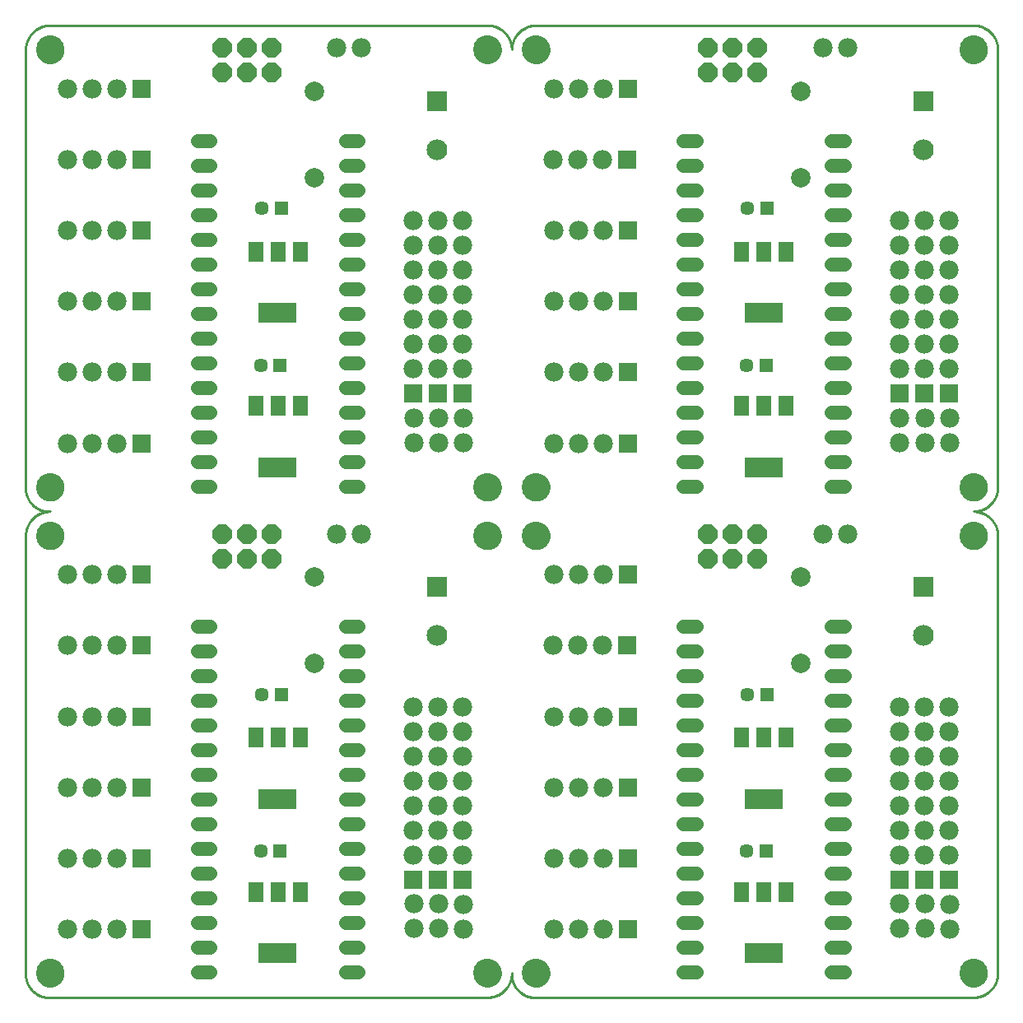
<source format=gbs>
G75*
%MOIN*%
%OFA0B0*%
%FSLAX25Y25*%
%IPPOS*%
%LPD*%
%AMOC8*
5,1,8,0,0,1.08239X$1,22.5*
%
%ADD10C,0.00000*%
%ADD11C,0.11424*%
%ADD12C,0.01000*%
%ADD13R,0.05715X0.05715*%
%ADD14C,0.05715*%
%ADD15C,0.07900*%
%ADD16R,0.06300X0.08300*%
%ADD17R,0.15400X0.08300*%
%ADD18R,0.08400X0.08400*%
%ADD19C,0.08400*%
%ADD20C,0.05550*%
%ADD21C,0.07800*%
%ADD22OC8,0.07800*%
%ADD23R,0.07800X0.07800*%
D10*
X0112531Y0165186D02*
X0112533Y0165334D01*
X0112539Y0165482D01*
X0112549Y0165630D01*
X0112563Y0165777D01*
X0112581Y0165924D01*
X0112602Y0166070D01*
X0112628Y0166216D01*
X0112658Y0166361D01*
X0112691Y0166505D01*
X0112729Y0166648D01*
X0112770Y0166790D01*
X0112815Y0166931D01*
X0112863Y0167071D01*
X0112916Y0167210D01*
X0112972Y0167347D01*
X0113032Y0167482D01*
X0113095Y0167616D01*
X0113162Y0167748D01*
X0113233Y0167878D01*
X0113307Y0168006D01*
X0113384Y0168132D01*
X0113465Y0168256D01*
X0113549Y0168378D01*
X0113636Y0168497D01*
X0113727Y0168614D01*
X0113821Y0168729D01*
X0113917Y0168841D01*
X0114017Y0168951D01*
X0114119Y0169057D01*
X0114225Y0169161D01*
X0114333Y0169262D01*
X0114444Y0169360D01*
X0114557Y0169456D01*
X0114673Y0169548D01*
X0114791Y0169637D01*
X0114912Y0169722D01*
X0115035Y0169805D01*
X0115160Y0169884D01*
X0115287Y0169960D01*
X0115416Y0170032D01*
X0115547Y0170101D01*
X0115680Y0170166D01*
X0115815Y0170227D01*
X0115951Y0170285D01*
X0116088Y0170340D01*
X0116227Y0170390D01*
X0116368Y0170437D01*
X0116509Y0170480D01*
X0116652Y0170520D01*
X0116796Y0170555D01*
X0116940Y0170587D01*
X0117086Y0170614D01*
X0117232Y0170638D01*
X0117379Y0170658D01*
X0117526Y0170674D01*
X0117673Y0170686D01*
X0117821Y0170694D01*
X0117969Y0170698D01*
X0118117Y0170698D01*
X0118265Y0170694D01*
X0118413Y0170686D01*
X0118560Y0170674D01*
X0118707Y0170658D01*
X0118854Y0170638D01*
X0119000Y0170614D01*
X0119146Y0170587D01*
X0119290Y0170555D01*
X0119434Y0170520D01*
X0119577Y0170480D01*
X0119718Y0170437D01*
X0119859Y0170390D01*
X0119998Y0170340D01*
X0120135Y0170285D01*
X0120271Y0170227D01*
X0120406Y0170166D01*
X0120539Y0170101D01*
X0120670Y0170032D01*
X0120799Y0169960D01*
X0120926Y0169884D01*
X0121051Y0169805D01*
X0121174Y0169722D01*
X0121295Y0169637D01*
X0121413Y0169548D01*
X0121529Y0169456D01*
X0121642Y0169360D01*
X0121753Y0169262D01*
X0121861Y0169161D01*
X0121967Y0169057D01*
X0122069Y0168951D01*
X0122169Y0168841D01*
X0122265Y0168729D01*
X0122359Y0168614D01*
X0122450Y0168497D01*
X0122537Y0168378D01*
X0122621Y0168256D01*
X0122702Y0168132D01*
X0122779Y0168006D01*
X0122853Y0167878D01*
X0122924Y0167748D01*
X0122991Y0167616D01*
X0123054Y0167482D01*
X0123114Y0167347D01*
X0123170Y0167210D01*
X0123223Y0167071D01*
X0123271Y0166931D01*
X0123316Y0166790D01*
X0123357Y0166648D01*
X0123395Y0166505D01*
X0123428Y0166361D01*
X0123458Y0166216D01*
X0123484Y0166070D01*
X0123505Y0165924D01*
X0123523Y0165777D01*
X0123537Y0165630D01*
X0123547Y0165482D01*
X0123553Y0165334D01*
X0123555Y0165186D01*
X0123553Y0165038D01*
X0123547Y0164890D01*
X0123537Y0164742D01*
X0123523Y0164595D01*
X0123505Y0164448D01*
X0123484Y0164302D01*
X0123458Y0164156D01*
X0123428Y0164011D01*
X0123395Y0163867D01*
X0123357Y0163724D01*
X0123316Y0163582D01*
X0123271Y0163441D01*
X0123223Y0163301D01*
X0123170Y0163162D01*
X0123114Y0163025D01*
X0123054Y0162890D01*
X0122991Y0162756D01*
X0122924Y0162624D01*
X0122853Y0162494D01*
X0122779Y0162366D01*
X0122702Y0162240D01*
X0122621Y0162116D01*
X0122537Y0161994D01*
X0122450Y0161875D01*
X0122359Y0161758D01*
X0122265Y0161643D01*
X0122169Y0161531D01*
X0122069Y0161421D01*
X0121967Y0161315D01*
X0121861Y0161211D01*
X0121753Y0161110D01*
X0121642Y0161012D01*
X0121529Y0160916D01*
X0121413Y0160824D01*
X0121295Y0160735D01*
X0121174Y0160650D01*
X0121051Y0160567D01*
X0120926Y0160488D01*
X0120799Y0160412D01*
X0120670Y0160340D01*
X0120539Y0160271D01*
X0120406Y0160206D01*
X0120271Y0160145D01*
X0120135Y0160087D01*
X0119998Y0160032D01*
X0119859Y0159982D01*
X0119718Y0159935D01*
X0119577Y0159892D01*
X0119434Y0159852D01*
X0119290Y0159817D01*
X0119146Y0159785D01*
X0119000Y0159758D01*
X0118854Y0159734D01*
X0118707Y0159714D01*
X0118560Y0159698D01*
X0118413Y0159686D01*
X0118265Y0159678D01*
X0118117Y0159674D01*
X0117969Y0159674D01*
X0117821Y0159678D01*
X0117673Y0159686D01*
X0117526Y0159698D01*
X0117379Y0159714D01*
X0117232Y0159734D01*
X0117086Y0159758D01*
X0116940Y0159785D01*
X0116796Y0159817D01*
X0116652Y0159852D01*
X0116509Y0159892D01*
X0116368Y0159935D01*
X0116227Y0159982D01*
X0116088Y0160032D01*
X0115951Y0160087D01*
X0115815Y0160145D01*
X0115680Y0160206D01*
X0115547Y0160271D01*
X0115416Y0160340D01*
X0115287Y0160412D01*
X0115160Y0160488D01*
X0115035Y0160567D01*
X0114912Y0160650D01*
X0114791Y0160735D01*
X0114673Y0160824D01*
X0114557Y0160916D01*
X0114444Y0161012D01*
X0114333Y0161110D01*
X0114225Y0161211D01*
X0114119Y0161315D01*
X0114017Y0161421D01*
X0113917Y0161531D01*
X0113821Y0161643D01*
X0113727Y0161758D01*
X0113636Y0161875D01*
X0113549Y0161994D01*
X0113465Y0162116D01*
X0113384Y0162240D01*
X0113307Y0162366D01*
X0113233Y0162494D01*
X0113162Y0162624D01*
X0113095Y0162756D01*
X0113032Y0162890D01*
X0112972Y0163025D01*
X0112916Y0163162D01*
X0112863Y0163301D01*
X0112815Y0163441D01*
X0112770Y0163582D01*
X0112729Y0163724D01*
X0112691Y0163867D01*
X0112658Y0164011D01*
X0112628Y0164156D01*
X0112602Y0164302D01*
X0112581Y0164448D01*
X0112563Y0164595D01*
X0112549Y0164742D01*
X0112539Y0164890D01*
X0112533Y0165038D01*
X0112531Y0165186D01*
X0112531Y0342351D02*
X0112533Y0342499D01*
X0112539Y0342647D01*
X0112549Y0342795D01*
X0112563Y0342942D01*
X0112581Y0343089D01*
X0112602Y0343235D01*
X0112628Y0343381D01*
X0112658Y0343526D01*
X0112691Y0343670D01*
X0112729Y0343813D01*
X0112770Y0343955D01*
X0112815Y0344096D01*
X0112863Y0344236D01*
X0112916Y0344375D01*
X0112972Y0344512D01*
X0113032Y0344647D01*
X0113095Y0344781D01*
X0113162Y0344913D01*
X0113233Y0345043D01*
X0113307Y0345171D01*
X0113384Y0345297D01*
X0113465Y0345421D01*
X0113549Y0345543D01*
X0113636Y0345662D01*
X0113727Y0345779D01*
X0113821Y0345894D01*
X0113917Y0346006D01*
X0114017Y0346116D01*
X0114119Y0346222D01*
X0114225Y0346326D01*
X0114333Y0346427D01*
X0114444Y0346525D01*
X0114557Y0346621D01*
X0114673Y0346713D01*
X0114791Y0346802D01*
X0114912Y0346887D01*
X0115035Y0346970D01*
X0115160Y0347049D01*
X0115287Y0347125D01*
X0115416Y0347197D01*
X0115547Y0347266D01*
X0115680Y0347331D01*
X0115815Y0347392D01*
X0115951Y0347450D01*
X0116088Y0347505D01*
X0116227Y0347555D01*
X0116368Y0347602D01*
X0116509Y0347645D01*
X0116652Y0347685D01*
X0116796Y0347720D01*
X0116940Y0347752D01*
X0117086Y0347779D01*
X0117232Y0347803D01*
X0117379Y0347823D01*
X0117526Y0347839D01*
X0117673Y0347851D01*
X0117821Y0347859D01*
X0117969Y0347863D01*
X0118117Y0347863D01*
X0118265Y0347859D01*
X0118413Y0347851D01*
X0118560Y0347839D01*
X0118707Y0347823D01*
X0118854Y0347803D01*
X0119000Y0347779D01*
X0119146Y0347752D01*
X0119290Y0347720D01*
X0119434Y0347685D01*
X0119577Y0347645D01*
X0119718Y0347602D01*
X0119859Y0347555D01*
X0119998Y0347505D01*
X0120135Y0347450D01*
X0120271Y0347392D01*
X0120406Y0347331D01*
X0120539Y0347266D01*
X0120670Y0347197D01*
X0120799Y0347125D01*
X0120926Y0347049D01*
X0121051Y0346970D01*
X0121174Y0346887D01*
X0121295Y0346802D01*
X0121413Y0346713D01*
X0121529Y0346621D01*
X0121642Y0346525D01*
X0121753Y0346427D01*
X0121861Y0346326D01*
X0121967Y0346222D01*
X0122069Y0346116D01*
X0122169Y0346006D01*
X0122265Y0345894D01*
X0122359Y0345779D01*
X0122450Y0345662D01*
X0122537Y0345543D01*
X0122621Y0345421D01*
X0122702Y0345297D01*
X0122779Y0345171D01*
X0122853Y0345043D01*
X0122924Y0344913D01*
X0122991Y0344781D01*
X0123054Y0344647D01*
X0123114Y0344512D01*
X0123170Y0344375D01*
X0123223Y0344236D01*
X0123271Y0344096D01*
X0123316Y0343955D01*
X0123357Y0343813D01*
X0123395Y0343670D01*
X0123428Y0343526D01*
X0123458Y0343381D01*
X0123484Y0343235D01*
X0123505Y0343089D01*
X0123523Y0342942D01*
X0123537Y0342795D01*
X0123547Y0342647D01*
X0123553Y0342499D01*
X0123555Y0342351D01*
X0123553Y0342203D01*
X0123547Y0342055D01*
X0123537Y0341907D01*
X0123523Y0341760D01*
X0123505Y0341613D01*
X0123484Y0341467D01*
X0123458Y0341321D01*
X0123428Y0341176D01*
X0123395Y0341032D01*
X0123357Y0340889D01*
X0123316Y0340747D01*
X0123271Y0340606D01*
X0123223Y0340466D01*
X0123170Y0340327D01*
X0123114Y0340190D01*
X0123054Y0340055D01*
X0122991Y0339921D01*
X0122924Y0339789D01*
X0122853Y0339659D01*
X0122779Y0339531D01*
X0122702Y0339405D01*
X0122621Y0339281D01*
X0122537Y0339159D01*
X0122450Y0339040D01*
X0122359Y0338923D01*
X0122265Y0338808D01*
X0122169Y0338696D01*
X0122069Y0338586D01*
X0121967Y0338480D01*
X0121861Y0338376D01*
X0121753Y0338275D01*
X0121642Y0338177D01*
X0121529Y0338081D01*
X0121413Y0337989D01*
X0121295Y0337900D01*
X0121174Y0337815D01*
X0121051Y0337732D01*
X0120926Y0337653D01*
X0120799Y0337577D01*
X0120670Y0337505D01*
X0120539Y0337436D01*
X0120406Y0337371D01*
X0120271Y0337310D01*
X0120135Y0337252D01*
X0119998Y0337197D01*
X0119859Y0337147D01*
X0119718Y0337100D01*
X0119577Y0337057D01*
X0119434Y0337017D01*
X0119290Y0336982D01*
X0119146Y0336950D01*
X0119000Y0336923D01*
X0118854Y0336899D01*
X0118707Y0336879D01*
X0118560Y0336863D01*
X0118413Y0336851D01*
X0118265Y0336843D01*
X0118117Y0336839D01*
X0117969Y0336839D01*
X0117821Y0336843D01*
X0117673Y0336851D01*
X0117526Y0336863D01*
X0117379Y0336879D01*
X0117232Y0336899D01*
X0117086Y0336923D01*
X0116940Y0336950D01*
X0116796Y0336982D01*
X0116652Y0337017D01*
X0116509Y0337057D01*
X0116368Y0337100D01*
X0116227Y0337147D01*
X0116088Y0337197D01*
X0115951Y0337252D01*
X0115815Y0337310D01*
X0115680Y0337371D01*
X0115547Y0337436D01*
X0115416Y0337505D01*
X0115287Y0337577D01*
X0115160Y0337653D01*
X0115035Y0337732D01*
X0114912Y0337815D01*
X0114791Y0337900D01*
X0114673Y0337989D01*
X0114557Y0338081D01*
X0114444Y0338177D01*
X0114333Y0338275D01*
X0114225Y0338376D01*
X0114119Y0338480D01*
X0114017Y0338586D01*
X0113917Y0338696D01*
X0113821Y0338808D01*
X0113727Y0338923D01*
X0113636Y0339040D01*
X0113549Y0339159D01*
X0113465Y0339281D01*
X0113384Y0339405D01*
X0113307Y0339531D01*
X0113233Y0339659D01*
X0113162Y0339789D01*
X0113095Y0339921D01*
X0113032Y0340055D01*
X0112972Y0340190D01*
X0112916Y0340327D01*
X0112863Y0340466D01*
X0112815Y0340606D01*
X0112770Y0340747D01*
X0112729Y0340889D01*
X0112691Y0341032D01*
X0112658Y0341176D01*
X0112628Y0341321D01*
X0112602Y0341467D01*
X0112581Y0341613D01*
X0112563Y0341760D01*
X0112549Y0341907D01*
X0112539Y0342055D01*
X0112533Y0342203D01*
X0112531Y0342351D01*
X0112531Y0362036D02*
X0112533Y0362184D01*
X0112539Y0362332D01*
X0112549Y0362480D01*
X0112563Y0362627D01*
X0112581Y0362774D01*
X0112602Y0362920D01*
X0112628Y0363066D01*
X0112658Y0363211D01*
X0112691Y0363355D01*
X0112729Y0363498D01*
X0112770Y0363640D01*
X0112815Y0363781D01*
X0112863Y0363921D01*
X0112916Y0364060D01*
X0112972Y0364197D01*
X0113032Y0364332D01*
X0113095Y0364466D01*
X0113162Y0364598D01*
X0113233Y0364728D01*
X0113307Y0364856D01*
X0113384Y0364982D01*
X0113465Y0365106D01*
X0113549Y0365228D01*
X0113636Y0365347D01*
X0113727Y0365464D01*
X0113821Y0365579D01*
X0113917Y0365691D01*
X0114017Y0365801D01*
X0114119Y0365907D01*
X0114225Y0366011D01*
X0114333Y0366112D01*
X0114444Y0366210D01*
X0114557Y0366306D01*
X0114673Y0366398D01*
X0114791Y0366487D01*
X0114912Y0366572D01*
X0115035Y0366655D01*
X0115160Y0366734D01*
X0115287Y0366810D01*
X0115416Y0366882D01*
X0115547Y0366951D01*
X0115680Y0367016D01*
X0115815Y0367077D01*
X0115951Y0367135D01*
X0116088Y0367190D01*
X0116227Y0367240D01*
X0116368Y0367287D01*
X0116509Y0367330D01*
X0116652Y0367370D01*
X0116796Y0367405D01*
X0116940Y0367437D01*
X0117086Y0367464D01*
X0117232Y0367488D01*
X0117379Y0367508D01*
X0117526Y0367524D01*
X0117673Y0367536D01*
X0117821Y0367544D01*
X0117969Y0367548D01*
X0118117Y0367548D01*
X0118265Y0367544D01*
X0118413Y0367536D01*
X0118560Y0367524D01*
X0118707Y0367508D01*
X0118854Y0367488D01*
X0119000Y0367464D01*
X0119146Y0367437D01*
X0119290Y0367405D01*
X0119434Y0367370D01*
X0119577Y0367330D01*
X0119718Y0367287D01*
X0119859Y0367240D01*
X0119998Y0367190D01*
X0120135Y0367135D01*
X0120271Y0367077D01*
X0120406Y0367016D01*
X0120539Y0366951D01*
X0120670Y0366882D01*
X0120799Y0366810D01*
X0120926Y0366734D01*
X0121051Y0366655D01*
X0121174Y0366572D01*
X0121295Y0366487D01*
X0121413Y0366398D01*
X0121529Y0366306D01*
X0121642Y0366210D01*
X0121753Y0366112D01*
X0121861Y0366011D01*
X0121967Y0365907D01*
X0122069Y0365801D01*
X0122169Y0365691D01*
X0122265Y0365579D01*
X0122359Y0365464D01*
X0122450Y0365347D01*
X0122537Y0365228D01*
X0122621Y0365106D01*
X0122702Y0364982D01*
X0122779Y0364856D01*
X0122853Y0364728D01*
X0122924Y0364598D01*
X0122991Y0364466D01*
X0123054Y0364332D01*
X0123114Y0364197D01*
X0123170Y0364060D01*
X0123223Y0363921D01*
X0123271Y0363781D01*
X0123316Y0363640D01*
X0123357Y0363498D01*
X0123395Y0363355D01*
X0123428Y0363211D01*
X0123458Y0363066D01*
X0123484Y0362920D01*
X0123505Y0362774D01*
X0123523Y0362627D01*
X0123537Y0362480D01*
X0123547Y0362332D01*
X0123553Y0362184D01*
X0123555Y0362036D01*
X0123553Y0361888D01*
X0123547Y0361740D01*
X0123537Y0361592D01*
X0123523Y0361445D01*
X0123505Y0361298D01*
X0123484Y0361152D01*
X0123458Y0361006D01*
X0123428Y0360861D01*
X0123395Y0360717D01*
X0123357Y0360574D01*
X0123316Y0360432D01*
X0123271Y0360291D01*
X0123223Y0360151D01*
X0123170Y0360012D01*
X0123114Y0359875D01*
X0123054Y0359740D01*
X0122991Y0359606D01*
X0122924Y0359474D01*
X0122853Y0359344D01*
X0122779Y0359216D01*
X0122702Y0359090D01*
X0122621Y0358966D01*
X0122537Y0358844D01*
X0122450Y0358725D01*
X0122359Y0358608D01*
X0122265Y0358493D01*
X0122169Y0358381D01*
X0122069Y0358271D01*
X0121967Y0358165D01*
X0121861Y0358061D01*
X0121753Y0357960D01*
X0121642Y0357862D01*
X0121529Y0357766D01*
X0121413Y0357674D01*
X0121295Y0357585D01*
X0121174Y0357500D01*
X0121051Y0357417D01*
X0120926Y0357338D01*
X0120799Y0357262D01*
X0120670Y0357190D01*
X0120539Y0357121D01*
X0120406Y0357056D01*
X0120271Y0356995D01*
X0120135Y0356937D01*
X0119998Y0356882D01*
X0119859Y0356832D01*
X0119718Y0356785D01*
X0119577Y0356742D01*
X0119434Y0356702D01*
X0119290Y0356667D01*
X0119146Y0356635D01*
X0119000Y0356608D01*
X0118854Y0356584D01*
X0118707Y0356564D01*
X0118560Y0356548D01*
X0118413Y0356536D01*
X0118265Y0356528D01*
X0118117Y0356524D01*
X0117969Y0356524D01*
X0117821Y0356528D01*
X0117673Y0356536D01*
X0117526Y0356548D01*
X0117379Y0356564D01*
X0117232Y0356584D01*
X0117086Y0356608D01*
X0116940Y0356635D01*
X0116796Y0356667D01*
X0116652Y0356702D01*
X0116509Y0356742D01*
X0116368Y0356785D01*
X0116227Y0356832D01*
X0116088Y0356882D01*
X0115951Y0356937D01*
X0115815Y0356995D01*
X0115680Y0357056D01*
X0115547Y0357121D01*
X0115416Y0357190D01*
X0115287Y0357262D01*
X0115160Y0357338D01*
X0115035Y0357417D01*
X0114912Y0357500D01*
X0114791Y0357585D01*
X0114673Y0357674D01*
X0114557Y0357766D01*
X0114444Y0357862D01*
X0114333Y0357960D01*
X0114225Y0358061D01*
X0114119Y0358165D01*
X0114017Y0358271D01*
X0113917Y0358381D01*
X0113821Y0358493D01*
X0113727Y0358608D01*
X0113636Y0358725D01*
X0113549Y0358844D01*
X0113465Y0358966D01*
X0113384Y0359090D01*
X0113307Y0359216D01*
X0113233Y0359344D01*
X0113162Y0359474D01*
X0113095Y0359606D01*
X0113032Y0359740D01*
X0112972Y0359875D01*
X0112916Y0360012D01*
X0112863Y0360151D01*
X0112815Y0360291D01*
X0112770Y0360432D01*
X0112729Y0360574D01*
X0112691Y0360717D01*
X0112658Y0360861D01*
X0112628Y0361006D01*
X0112602Y0361152D01*
X0112581Y0361298D01*
X0112563Y0361445D01*
X0112549Y0361592D01*
X0112539Y0361740D01*
X0112533Y0361888D01*
X0112531Y0362036D01*
X0112531Y0539202D02*
X0112533Y0539350D01*
X0112539Y0539498D01*
X0112549Y0539646D01*
X0112563Y0539793D01*
X0112581Y0539940D01*
X0112602Y0540086D01*
X0112628Y0540232D01*
X0112658Y0540377D01*
X0112691Y0540521D01*
X0112729Y0540664D01*
X0112770Y0540806D01*
X0112815Y0540947D01*
X0112863Y0541087D01*
X0112916Y0541226D01*
X0112972Y0541363D01*
X0113032Y0541498D01*
X0113095Y0541632D01*
X0113162Y0541764D01*
X0113233Y0541894D01*
X0113307Y0542022D01*
X0113384Y0542148D01*
X0113465Y0542272D01*
X0113549Y0542394D01*
X0113636Y0542513D01*
X0113727Y0542630D01*
X0113821Y0542745D01*
X0113917Y0542857D01*
X0114017Y0542967D01*
X0114119Y0543073D01*
X0114225Y0543177D01*
X0114333Y0543278D01*
X0114444Y0543376D01*
X0114557Y0543472D01*
X0114673Y0543564D01*
X0114791Y0543653D01*
X0114912Y0543738D01*
X0115035Y0543821D01*
X0115160Y0543900D01*
X0115287Y0543976D01*
X0115416Y0544048D01*
X0115547Y0544117D01*
X0115680Y0544182D01*
X0115815Y0544243D01*
X0115951Y0544301D01*
X0116088Y0544356D01*
X0116227Y0544406D01*
X0116368Y0544453D01*
X0116509Y0544496D01*
X0116652Y0544536D01*
X0116796Y0544571D01*
X0116940Y0544603D01*
X0117086Y0544630D01*
X0117232Y0544654D01*
X0117379Y0544674D01*
X0117526Y0544690D01*
X0117673Y0544702D01*
X0117821Y0544710D01*
X0117969Y0544714D01*
X0118117Y0544714D01*
X0118265Y0544710D01*
X0118413Y0544702D01*
X0118560Y0544690D01*
X0118707Y0544674D01*
X0118854Y0544654D01*
X0119000Y0544630D01*
X0119146Y0544603D01*
X0119290Y0544571D01*
X0119434Y0544536D01*
X0119577Y0544496D01*
X0119718Y0544453D01*
X0119859Y0544406D01*
X0119998Y0544356D01*
X0120135Y0544301D01*
X0120271Y0544243D01*
X0120406Y0544182D01*
X0120539Y0544117D01*
X0120670Y0544048D01*
X0120799Y0543976D01*
X0120926Y0543900D01*
X0121051Y0543821D01*
X0121174Y0543738D01*
X0121295Y0543653D01*
X0121413Y0543564D01*
X0121529Y0543472D01*
X0121642Y0543376D01*
X0121753Y0543278D01*
X0121861Y0543177D01*
X0121967Y0543073D01*
X0122069Y0542967D01*
X0122169Y0542857D01*
X0122265Y0542745D01*
X0122359Y0542630D01*
X0122450Y0542513D01*
X0122537Y0542394D01*
X0122621Y0542272D01*
X0122702Y0542148D01*
X0122779Y0542022D01*
X0122853Y0541894D01*
X0122924Y0541764D01*
X0122991Y0541632D01*
X0123054Y0541498D01*
X0123114Y0541363D01*
X0123170Y0541226D01*
X0123223Y0541087D01*
X0123271Y0540947D01*
X0123316Y0540806D01*
X0123357Y0540664D01*
X0123395Y0540521D01*
X0123428Y0540377D01*
X0123458Y0540232D01*
X0123484Y0540086D01*
X0123505Y0539940D01*
X0123523Y0539793D01*
X0123537Y0539646D01*
X0123547Y0539498D01*
X0123553Y0539350D01*
X0123555Y0539202D01*
X0123553Y0539054D01*
X0123547Y0538906D01*
X0123537Y0538758D01*
X0123523Y0538611D01*
X0123505Y0538464D01*
X0123484Y0538318D01*
X0123458Y0538172D01*
X0123428Y0538027D01*
X0123395Y0537883D01*
X0123357Y0537740D01*
X0123316Y0537598D01*
X0123271Y0537457D01*
X0123223Y0537317D01*
X0123170Y0537178D01*
X0123114Y0537041D01*
X0123054Y0536906D01*
X0122991Y0536772D01*
X0122924Y0536640D01*
X0122853Y0536510D01*
X0122779Y0536382D01*
X0122702Y0536256D01*
X0122621Y0536132D01*
X0122537Y0536010D01*
X0122450Y0535891D01*
X0122359Y0535774D01*
X0122265Y0535659D01*
X0122169Y0535547D01*
X0122069Y0535437D01*
X0121967Y0535331D01*
X0121861Y0535227D01*
X0121753Y0535126D01*
X0121642Y0535028D01*
X0121529Y0534932D01*
X0121413Y0534840D01*
X0121295Y0534751D01*
X0121174Y0534666D01*
X0121051Y0534583D01*
X0120926Y0534504D01*
X0120799Y0534428D01*
X0120670Y0534356D01*
X0120539Y0534287D01*
X0120406Y0534222D01*
X0120271Y0534161D01*
X0120135Y0534103D01*
X0119998Y0534048D01*
X0119859Y0533998D01*
X0119718Y0533951D01*
X0119577Y0533908D01*
X0119434Y0533868D01*
X0119290Y0533833D01*
X0119146Y0533801D01*
X0119000Y0533774D01*
X0118854Y0533750D01*
X0118707Y0533730D01*
X0118560Y0533714D01*
X0118413Y0533702D01*
X0118265Y0533694D01*
X0118117Y0533690D01*
X0117969Y0533690D01*
X0117821Y0533694D01*
X0117673Y0533702D01*
X0117526Y0533714D01*
X0117379Y0533730D01*
X0117232Y0533750D01*
X0117086Y0533774D01*
X0116940Y0533801D01*
X0116796Y0533833D01*
X0116652Y0533868D01*
X0116509Y0533908D01*
X0116368Y0533951D01*
X0116227Y0533998D01*
X0116088Y0534048D01*
X0115951Y0534103D01*
X0115815Y0534161D01*
X0115680Y0534222D01*
X0115547Y0534287D01*
X0115416Y0534356D01*
X0115287Y0534428D01*
X0115160Y0534504D01*
X0115035Y0534583D01*
X0114912Y0534666D01*
X0114791Y0534751D01*
X0114673Y0534840D01*
X0114557Y0534932D01*
X0114444Y0535028D01*
X0114333Y0535126D01*
X0114225Y0535227D01*
X0114119Y0535331D01*
X0114017Y0535437D01*
X0113917Y0535547D01*
X0113821Y0535659D01*
X0113727Y0535774D01*
X0113636Y0535891D01*
X0113549Y0536010D01*
X0113465Y0536132D01*
X0113384Y0536256D01*
X0113307Y0536382D01*
X0113233Y0536510D01*
X0113162Y0536640D01*
X0113095Y0536772D01*
X0113032Y0536906D01*
X0112972Y0537041D01*
X0112916Y0537178D01*
X0112863Y0537317D01*
X0112815Y0537457D01*
X0112770Y0537598D01*
X0112729Y0537740D01*
X0112691Y0537883D01*
X0112658Y0538027D01*
X0112628Y0538172D01*
X0112602Y0538318D01*
X0112581Y0538464D01*
X0112563Y0538611D01*
X0112549Y0538758D01*
X0112539Y0538906D01*
X0112533Y0539054D01*
X0112531Y0539202D01*
X0289696Y0539202D02*
X0289698Y0539350D01*
X0289704Y0539498D01*
X0289714Y0539646D01*
X0289728Y0539793D01*
X0289746Y0539940D01*
X0289767Y0540086D01*
X0289793Y0540232D01*
X0289823Y0540377D01*
X0289856Y0540521D01*
X0289894Y0540664D01*
X0289935Y0540806D01*
X0289980Y0540947D01*
X0290028Y0541087D01*
X0290081Y0541226D01*
X0290137Y0541363D01*
X0290197Y0541498D01*
X0290260Y0541632D01*
X0290327Y0541764D01*
X0290398Y0541894D01*
X0290472Y0542022D01*
X0290549Y0542148D01*
X0290630Y0542272D01*
X0290714Y0542394D01*
X0290801Y0542513D01*
X0290892Y0542630D01*
X0290986Y0542745D01*
X0291082Y0542857D01*
X0291182Y0542967D01*
X0291284Y0543073D01*
X0291390Y0543177D01*
X0291498Y0543278D01*
X0291609Y0543376D01*
X0291722Y0543472D01*
X0291838Y0543564D01*
X0291956Y0543653D01*
X0292077Y0543738D01*
X0292200Y0543821D01*
X0292325Y0543900D01*
X0292452Y0543976D01*
X0292581Y0544048D01*
X0292712Y0544117D01*
X0292845Y0544182D01*
X0292980Y0544243D01*
X0293116Y0544301D01*
X0293253Y0544356D01*
X0293392Y0544406D01*
X0293533Y0544453D01*
X0293674Y0544496D01*
X0293817Y0544536D01*
X0293961Y0544571D01*
X0294105Y0544603D01*
X0294251Y0544630D01*
X0294397Y0544654D01*
X0294544Y0544674D01*
X0294691Y0544690D01*
X0294838Y0544702D01*
X0294986Y0544710D01*
X0295134Y0544714D01*
X0295282Y0544714D01*
X0295430Y0544710D01*
X0295578Y0544702D01*
X0295725Y0544690D01*
X0295872Y0544674D01*
X0296019Y0544654D01*
X0296165Y0544630D01*
X0296311Y0544603D01*
X0296455Y0544571D01*
X0296599Y0544536D01*
X0296742Y0544496D01*
X0296883Y0544453D01*
X0297024Y0544406D01*
X0297163Y0544356D01*
X0297300Y0544301D01*
X0297436Y0544243D01*
X0297571Y0544182D01*
X0297704Y0544117D01*
X0297835Y0544048D01*
X0297964Y0543976D01*
X0298091Y0543900D01*
X0298216Y0543821D01*
X0298339Y0543738D01*
X0298460Y0543653D01*
X0298578Y0543564D01*
X0298694Y0543472D01*
X0298807Y0543376D01*
X0298918Y0543278D01*
X0299026Y0543177D01*
X0299132Y0543073D01*
X0299234Y0542967D01*
X0299334Y0542857D01*
X0299430Y0542745D01*
X0299524Y0542630D01*
X0299615Y0542513D01*
X0299702Y0542394D01*
X0299786Y0542272D01*
X0299867Y0542148D01*
X0299944Y0542022D01*
X0300018Y0541894D01*
X0300089Y0541764D01*
X0300156Y0541632D01*
X0300219Y0541498D01*
X0300279Y0541363D01*
X0300335Y0541226D01*
X0300388Y0541087D01*
X0300436Y0540947D01*
X0300481Y0540806D01*
X0300522Y0540664D01*
X0300560Y0540521D01*
X0300593Y0540377D01*
X0300623Y0540232D01*
X0300649Y0540086D01*
X0300670Y0539940D01*
X0300688Y0539793D01*
X0300702Y0539646D01*
X0300712Y0539498D01*
X0300718Y0539350D01*
X0300720Y0539202D01*
X0300718Y0539054D01*
X0300712Y0538906D01*
X0300702Y0538758D01*
X0300688Y0538611D01*
X0300670Y0538464D01*
X0300649Y0538318D01*
X0300623Y0538172D01*
X0300593Y0538027D01*
X0300560Y0537883D01*
X0300522Y0537740D01*
X0300481Y0537598D01*
X0300436Y0537457D01*
X0300388Y0537317D01*
X0300335Y0537178D01*
X0300279Y0537041D01*
X0300219Y0536906D01*
X0300156Y0536772D01*
X0300089Y0536640D01*
X0300018Y0536510D01*
X0299944Y0536382D01*
X0299867Y0536256D01*
X0299786Y0536132D01*
X0299702Y0536010D01*
X0299615Y0535891D01*
X0299524Y0535774D01*
X0299430Y0535659D01*
X0299334Y0535547D01*
X0299234Y0535437D01*
X0299132Y0535331D01*
X0299026Y0535227D01*
X0298918Y0535126D01*
X0298807Y0535028D01*
X0298694Y0534932D01*
X0298578Y0534840D01*
X0298460Y0534751D01*
X0298339Y0534666D01*
X0298216Y0534583D01*
X0298091Y0534504D01*
X0297964Y0534428D01*
X0297835Y0534356D01*
X0297704Y0534287D01*
X0297571Y0534222D01*
X0297436Y0534161D01*
X0297300Y0534103D01*
X0297163Y0534048D01*
X0297024Y0533998D01*
X0296883Y0533951D01*
X0296742Y0533908D01*
X0296599Y0533868D01*
X0296455Y0533833D01*
X0296311Y0533801D01*
X0296165Y0533774D01*
X0296019Y0533750D01*
X0295872Y0533730D01*
X0295725Y0533714D01*
X0295578Y0533702D01*
X0295430Y0533694D01*
X0295282Y0533690D01*
X0295134Y0533690D01*
X0294986Y0533694D01*
X0294838Y0533702D01*
X0294691Y0533714D01*
X0294544Y0533730D01*
X0294397Y0533750D01*
X0294251Y0533774D01*
X0294105Y0533801D01*
X0293961Y0533833D01*
X0293817Y0533868D01*
X0293674Y0533908D01*
X0293533Y0533951D01*
X0293392Y0533998D01*
X0293253Y0534048D01*
X0293116Y0534103D01*
X0292980Y0534161D01*
X0292845Y0534222D01*
X0292712Y0534287D01*
X0292581Y0534356D01*
X0292452Y0534428D01*
X0292325Y0534504D01*
X0292200Y0534583D01*
X0292077Y0534666D01*
X0291956Y0534751D01*
X0291838Y0534840D01*
X0291722Y0534932D01*
X0291609Y0535028D01*
X0291498Y0535126D01*
X0291390Y0535227D01*
X0291284Y0535331D01*
X0291182Y0535437D01*
X0291082Y0535547D01*
X0290986Y0535659D01*
X0290892Y0535774D01*
X0290801Y0535891D01*
X0290714Y0536010D01*
X0290630Y0536132D01*
X0290549Y0536256D01*
X0290472Y0536382D01*
X0290398Y0536510D01*
X0290327Y0536640D01*
X0290260Y0536772D01*
X0290197Y0536906D01*
X0290137Y0537041D01*
X0290081Y0537178D01*
X0290028Y0537317D01*
X0289980Y0537457D01*
X0289935Y0537598D01*
X0289894Y0537740D01*
X0289856Y0537883D01*
X0289823Y0538027D01*
X0289793Y0538172D01*
X0289767Y0538318D01*
X0289746Y0538464D01*
X0289728Y0538611D01*
X0289714Y0538758D01*
X0289704Y0538906D01*
X0289698Y0539054D01*
X0289696Y0539202D01*
X0309381Y0539202D02*
X0309383Y0539350D01*
X0309389Y0539498D01*
X0309399Y0539646D01*
X0309413Y0539793D01*
X0309431Y0539940D01*
X0309452Y0540086D01*
X0309478Y0540232D01*
X0309508Y0540377D01*
X0309541Y0540521D01*
X0309579Y0540664D01*
X0309620Y0540806D01*
X0309665Y0540947D01*
X0309713Y0541087D01*
X0309766Y0541226D01*
X0309822Y0541363D01*
X0309882Y0541498D01*
X0309945Y0541632D01*
X0310012Y0541764D01*
X0310083Y0541894D01*
X0310157Y0542022D01*
X0310234Y0542148D01*
X0310315Y0542272D01*
X0310399Y0542394D01*
X0310486Y0542513D01*
X0310577Y0542630D01*
X0310671Y0542745D01*
X0310767Y0542857D01*
X0310867Y0542967D01*
X0310969Y0543073D01*
X0311075Y0543177D01*
X0311183Y0543278D01*
X0311294Y0543376D01*
X0311407Y0543472D01*
X0311523Y0543564D01*
X0311641Y0543653D01*
X0311762Y0543738D01*
X0311885Y0543821D01*
X0312010Y0543900D01*
X0312137Y0543976D01*
X0312266Y0544048D01*
X0312397Y0544117D01*
X0312530Y0544182D01*
X0312665Y0544243D01*
X0312801Y0544301D01*
X0312938Y0544356D01*
X0313077Y0544406D01*
X0313218Y0544453D01*
X0313359Y0544496D01*
X0313502Y0544536D01*
X0313646Y0544571D01*
X0313790Y0544603D01*
X0313936Y0544630D01*
X0314082Y0544654D01*
X0314229Y0544674D01*
X0314376Y0544690D01*
X0314523Y0544702D01*
X0314671Y0544710D01*
X0314819Y0544714D01*
X0314967Y0544714D01*
X0315115Y0544710D01*
X0315263Y0544702D01*
X0315410Y0544690D01*
X0315557Y0544674D01*
X0315704Y0544654D01*
X0315850Y0544630D01*
X0315996Y0544603D01*
X0316140Y0544571D01*
X0316284Y0544536D01*
X0316427Y0544496D01*
X0316568Y0544453D01*
X0316709Y0544406D01*
X0316848Y0544356D01*
X0316985Y0544301D01*
X0317121Y0544243D01*
X0317256Y0544182D01*
X0317389Y0544117D01*
X0317520Y0544048D01*
X0317649Y0543976D01*
X0317776Y0543900D01*
X0317901Y0543821D01*
X0318024Y0543738D01*
X0318145Y0543653D01*
X0318263Y0543564D01*
X0318379Y0543472D01*
X0318492Y0543376D01*
X0318603Y0543278D01*
X0318711Y0543177D01*
X0318817Y0543073D01*
X0318919Y0542967D01*
X0319019Y0542857D01*
X0319115Y0542745D01*
X0319209Y0542630D01*
X0319300Y0542513D01*
X0319387Y0542394D01*
X0319471Y0542272D01*
X0319552Y0542148D01*
X0319629Y0542022D01*
X0319703Y0541894D01*
X0319774Y0541764D01*
X0319841Y0541632D01*
X0319904Y0541498D01*
X0319964Y0541363D01*
X0320020Y0541226D01*
X0320073Y0541087D01*
X0320121Y0540947D01*
X0320166Y0540806D01*
X0320207Y0540664D01*
X0320245Y0540521D01*
X0320278Y0540377D01*
X0320308Y0540232D01*
X0320334Y0540086D01*
X0320355Y0539940D01*
X0320373Y0539793D01*
X0320387Y0539646D01*
X0320397Y0539498D01*
X0320403Y0539350D01*
X0320405Y0539202D01*
X0320403Y0539054D01*
X0320397Y0538906D01*
X0320387Y0538758D01*
X0320373Y0538611D01*
X0320355Y0538464D01*
X0320334Y0538318D01*
X0320308Y0538172D01*
X0320278Y0538027D01*
X0320245Y0537883D01*
X0320207Y0537740D01*
X0320166Y0537598D01*
X0320121Y0537457D01*
X0320073Y0537317D01*
X0320020Y0537178D01*
X0319964Y0537041D01*
X0319904Y0536906D01*
X0319841Y0536772D01*
X0319774Y0536640D01*
X0319703Y0536510D01*
X0319629Y0536382D01*
X0319552Y0536256D01*
X0319471Y0536132D01*
X0319387Y0536010D01*
X0319300Y0535891D01*
X0319209Y0535774D01*
X0319115Y0535659D01*
X0319019Y0535547D01*
X0318919Y0535437D01*
X0318817Y0535331D01*
X0318711Y0535227D01*
X0318603Y0535126D01*
X0318492Y0535028D01*
X0318379Y0534932D01*
X0318263Y0534840D01*
X0318145Y0534751D01*
X0318024Y0534666D01*
X0317901Y0534583D01*
X0317776Y0534504D01*
X0317649Y0534428D01*
X0317520Y0534356D01*
X0317389Y0534287D01*
X0317256Y0534222D01*
X0317121Y0534161D01*
X0316985Y0534103D01*
X0316848Y0534048D01*
X0316709Y0533998D01*
X0316568Y0533951D01*
X0316427Y0533908D01*
X0316284Y0533868D01*
X0316140Y0533833D01*
X0315996Y0533801D01*
X0315850Y0533774D01*
X0315704Y0533750D01*
X0315557Y0533730D01*
X0315410Y0533714D01*
X0315263Y0533702D01*
X0315115Y0533694D01*
X0314967Y0533690D01*
X0314819Y0533690D01*
X0314671Y0533694D01*
X0314523Y0533702D01*
X0314376Y0533714D01*
X0314229Y0533730D01*
X0314082Y0533750D01*
X0313936Y0533774D01*
X0313790Y0533801D01*
X0313646Y0533833D01*
X0313502Y0533868D01*
X0313359Y0533908D01*
X0313218Y0533951D01*
X0313077Y0533998D01*
X0312938Y0534048D01*
X0312801Y0534103D01*
X0312665Y0534161D01*
X0312530Y0534222D01*
X0312397Y0534287D01*
X0312266Y0534356D01*
X0312137Y0534428D01*
X0312010Y0534504D01*
X0311885Y0534583D01*
X0311762Y0534666D01*
X0311641Y0534751D01*
X0311523Y0534840D01*
X0311407Y0534932D01*
X0311294Y0535028D01*
X0311183Y0535126D01*
X0311075Y0535227D01*
X0310969Y0535331D01*
X0310867Y0535437D01*
X0310767Y0535547D01*
X0310671Y0535659D01*
X0310577Y0535774D01*
X0310486Y0535891D01*
X0310399Y0536010D01*
X0310315Y0536132D01*
X0310234Y0536256D01*
X0310157Y0536382D01*
X0310083Y0536510D01*
X0310012Y0536640D01*
X0309945Y0536772D01*
X0309882Y0536906D01*
X0309822Y0537041D01*
X0309766Y0537178D01*
X0309713Y0537317D01*
X0309665Y0537457D01*
X0309620Y0537598D01*
X0309579Y0537740D01*
X0309541Y0537883D01*
X0309508Y0538027D01*
X0309478Y0538172D01*
X0309452Y0538318D01*
X0309431Y0538464D01*
X0309413Y0538611D01*
X0309399Y0538758D01*
X0309389Y0538906D01*
X0309383Y0539054D01*
X0309381Y0539202D01*
X0309381Y0362036D02*
X0309383Y0362184D01*
X0309389Y0362332D01*
X0309399Y0362480D01*
X0309413Y0362627D01*
X0309431Y0362774D01*
X0309452Y0362920D01*
X0309478Y0363066D01*
X0309508Y0363211D01*
X0309541Y0363355D01*
X0309579Y0363498D01*
X0309620Y0363640D01*
X0309665Y0363781D01*
X0309713Y0363921D01*
X0309766Y0364060D01*
X0309822Y0364197D01*
X0309882Y0364332D01*
X0309945Y0364466D01*
X0310012Y0364598D01*
X0310083Y0364728D01*
X0310157Y0364856D01*
X0310234Y0364982D01*
X0310315Y0365106D01*
X0310399Y0365228D01*
X0310486Y0365347D01*
X0310577Y0365464D01*
X0310671Y0365579D01*
X0310767Y0365691D01*
X0310867Y0365801D01*
X0310969Y0365907D01*
X0311075Y0366011D01*
X0311183Y0366112D01*
X0311294Y0366210D01*
X0311407Y0366306D01*
X0311523Y0366398D01*
X0311641Y0366487D01*
X0311762Y0366572D01*
X0311885Y0366655D01*
X0312010Y0366734D01*
X0312137Y0366810D01*
X0312266Y0366882D01*
X0312397Y0366951D01*
X0312530Y0367016D01*
X0312665Y0367077D01*
X0312801Y0367135D01*
X0312938Y0367190D01*
X0313077Y0367240D01*
X0313218Y0367287D01*
X0313359Y0367330D01*
X0313502Y0367370D01*
X0313646Y0367405D01*
X0313790Y0367437D01*
X0313936Y0367464D01*
X0314082Y0367488D01*
X0314229Y0367508D01*
X0314376Y0367524D01*
X0314523Y0367536D01*
X0314671Y0367544D01*
X0314819Y0367548D01*
X0314967Y0367548D01*
X0315115Y0367544D01*
X0315263Y0367536D01*
X0315410Y0367524D01*
X0315557Y0367508D01*
X0315704Y0367488D01*
X0315850Y0367464D01*
X0315996Y0367437D01*
X0316140Y0367405D01*
X0316284Y0367370D01*
X0316427Y0367330D01*
X0316568Y0367287D01*
X0316709Y0367240D01*
X0316848Y0367190D01*
X0316985Y0367135D01*
X0317121Y0367077D01*
X0317256Y0367016D01*
X0317389Y0366951D01*
X0317520Y0366882D01*
X0317649Y0366810D01*
X0317776Y0366734D01*
X0317901Y0366655D01*
X0318024Y0366572D01*
X0318145Y0366487D01*
X0318263Y0366398D01*
X0318379Y0366306D01*
X0318492Y0366210D01*
X0318603Y0366112D01*
X0318711Y0366011D01*
X0318817Y0365907D01*
X0318919Y0365801D01*
X0319019Y0365691D01*
X0319115Y0365579D01*
X0319209Y0365464D01*
X0319300Y0365347D01*
X0319387Y0365228D01*
X0319471Y0365106D01*
X0319552Y0364982D01*
X0319629Y0364856D01*
X0319703Y0364728D01*
X0319774Y0364598D01*
X0319841Y0364466D01*
X0319904Y0364332D01*
X0319964Y0364197D01*
X0320020Y0364060D01*
X0320073Y0363921D01*
X0320121Y0363781D01*
X0320166Y0363640D01*
X0320207Y0363498D01*
X0320245Y0363355D01*
X0320278Y0363211D01*
X0320308Y0363066D01*
X0320334Y0362920D01*
X0320355Y0362774D01*
X0320373Y0362627D01*
X0320387Y0362480D01*
X0320397Y0362332D01*
X0320403Y0362184D01*
X0320405Y0362036D01*
X0320403Y0361888D01*
X0320397Y0361740D01*
X0320387Y0361592D01*
X0320373Y0361445D01*
X0320355Y0361298D01*
X0320334Y0361152D01*
X0320308Y0361006D01*
X0320278Y0360861D01*
X0320245Y0360717D01*
X0320207Y0360574D01*
X0320166Y0360432D01*
X0320121Y0360291D01*
X0320073Y0360151D01*
X0320020Y0360012D01*
X0319964Y0359875D01*
X0319904Y0359740D01*
X0319841Y0359606D01*
X0319774Y0359474D01*
X0319703Y0359344D01*
X0319629Y0359216D01*
X0319552Y0359090D01*
X0319471Y0358966D01*
X0319387Y0358844D01*
X0319300Y0358725D01*
X0319209Y0358608D01*
X0319115Y0358493D01*
X0319019Y0358381D01*
X0318919Y0358271D01*
X0318817Y0358165D01*
X0318711Y0358061D01*
X0318603Y0357960D01*
X0318492Y0357862D01*
X0318379Y0357766D01*
X0318263Y0357674D01*
X0318145Y0357585D01*
X0318024Y0357500D01*
X0317901Y0357417D01*
X0317776Y0357338D01*
X0317649Y0357262D01*
X0317520Y0357190D01*
X0317389Y0357121D01*
X0317256Y0357056D01*
X0317121Y0356995D01*
X0316985Y0356937D01*
X0316848Y0356882D01*
X0316709Y0356832D01*
X0316568Y0356785D01*
X0316427Y0356742D01*
X0316284Y0356702D01*
X0316140Y0356667D01*
X0315996Y0356635D01*
X0315850Y0356608D01*
X0315704Y0356584D01*
X0315557Y0356564D01*
X0315410Y0356548D01*
X0315263Y0356536D01*
X0315115Y0356528D01*
X0314967Y0356524D01*
X0314819Y0356524D01*
X0314671Y0356528D01*
X0314523Y0356536D01*
X0314376Y0356548D01*
X0314229Y0356564D01*
X0314082Y0356584D01*
X0313936Y0356608D01*
X0313790Y0356635D01*
X0313646Y0356667D01*
X0313502Y0356702D01*
X0313359Y0356742D01*
X0313218Y0356785D01*
X0313077Y0356832D01*
X0312938Y0356882D01*
X0312801Y0356937D01*
X0312665Y0356995D01*
X0312530Y0357056D01*
X0312397Y0357121D01*
X0312266Y0357190D01*
X0312137Y0357262D01*
X0312010Y0357338D01*
X0311885Y0357417D01*
X0311762Y0357500D01*
X0311641Y0357585D01*
X0311523Y0357674D01*
X0311407Y0357766D01*
X0311294Y0357862D01*
X0311183Y0357960D01*
X0311075Y0358061D01*
X0310969Y0358165D01*
X0310867Y0358271D01*
X0310767Y0358381D01*
X0310671Y0358493D01*
X0310577Y0358608D01*
X0310486Y0358725D01*
X0310399Y0358844D01*
X0310315Y0358966D01*
X0310234Y0359090D01*
X0310157Y0359216D01*
X0310083Y0359344D01*
X0310012Y0359474D01*
X0309945Y0359606D01*
X0309882Y0359740D01*
X0309822Y0359875D01*
X0309766Y0360012D01*
X0309713Y0360151D01*
X0309665Y0360291D01*
X0309620Y0360432D01*
X0309579Y0360574D01*
X0309541Y0360717D01*
X0309508Y0360861D01*
X0309478Y0361006D01*
X0309452Y0361152D01*
X0309431Y0361298D01*
X0309413Y0361445D01*
X0309399Y0361592D01*
X0309389Y0361740D01*
X0309383Y0361888D01*
X0309381Y0362036D01*
X0289696Y0362036D02*
X0289698Y0362184D01*
X0289704Y0362332D01*
X0289714Y0362480D01*
X0289728Y0362627D01*
X0289746Y0362774D01*
X0289767Y0362920D01*
X0289793Y0363066D01*
X0289823Y0363211D01*
X0289856Y0363355D01*
X0289894Y0363498D01*
X0289935Y0363640D01*
X0289980Y0363781D01*
X0290028Y0363921D01*
X0290081Y0364060D01*
X0290137Y0364197D01*
X0290197Y0364332D01*
X0290260Y0364466D01*
X0290327Y0364598D01*
X0290398Y0364728D01*
X0290472Y0364856D01*
X0290549Y0364982D01*
X0290630Y0365106D01*
X0290714Y0365228D01*
X0290801Y0365347D01*
X0290892Y0365464D01*
X0290986Y0365579D01*
X0291082Y0365691D01*
X0291182Y0365801D01*
X0291284Y0365907D01*
X0291390Y0366011D01*
X0291498Y0366112D01*
X0291609Y0366210D01*
X0291722Y0366306D01*
X0291838Y0366398D01*
X0291956Y0366487D01*
X0292077Y0366572D01*
X0292200Y0366655D01*
X0292325Y0366734D01*
X0292452Y0366810D01*
X0292581Y0366882D01*
X0292712Y0366951D01*
X0292845Y0367016D01*
X0292980Y0367077D01*
X0293116Y0367135D01*
X0293253Y0367190D01*
X0293392Y0367240D01*
X0293533Y0367287D01*
X0293674Y0367330D01*
X0293817Y0367370D01*
X0293961Y0367405D01*
X0294105Y0367437D01*
X0294251Y0367464D01*
X0294397Y0367488D01*
X0294544Y0367508D01*
X0294691Y0367524D01*
X0294838Y0367536D01*
X0294986Y0367544D01*
X0295134Y0367548D01*
X0295282Y0367548D01*
X0295430Y0367544D01*
X0295578Y0367536D01*
X0295725Y0367524D01*
X0295872Y0367508D01*
X0296019Y0367488D01*
X0296165Y0367464D01*
X0296311Y0367437D01*
X0296455Y0367405D01*
X0296599Y0367370D01*
X0296742Y0367330D01*
X0296883Y0367287D01*
X0297024Y0367240D01*
X0297163Y0367190D01*
X0297300Y0367135D01*
X0297436Y0367077D01*
X0297571Y0367016D01*
X0297704Y0366951D01*
X0297835Y0366882D01*
X0297964Y0366810D01*
X0298091Y0366734D01*
X0298216Y0366655D01*
X0298339Y0366572D01*
X0298460Y0366487D01*
X0298578Y0366398D01*
X0298694Y0366306D01*
X0298807Y0366210D01*
X0298918Y0366112D01*
X0299026Y0366011D01*
X0299132Y0365907D01*
X0299234Y0365801D01*
X0299334Y0365691D01*
X0299430Y0365579D01*
X0299524Y0365464D01*
X0299615Y0365347D01*
X0299702Y0365228D01*
X0299786Y0365106D01*
X0299867Y0364982D01*
X0299944Y0364856D01*
X0300018Y0364728D01*
X0300089Y0364598D01*
X0300156Y0364466D01*
X0300219Y0364332D01*
X0300279Y0364197D01*
X0300335Y0364060D01*
X0300388Y0363921D01*
X0300436Y0363781D01*
X0300481Y0363640D01*
X0300522Y0363498D01*
X0300560Y0363355D01*
X0300593Y0363211D01*
X0300623Y0363066D01*
X0300649Y0362920D01*
X0300670Y0362774D01*
X0300688Y0362627D01*
X0300702Y0362480D01*
X0300712Y0362332D01*
X0300718Y0362184D01*
X0300720Y0362036D01*
X0300718Y0361888D01*
X0300712Y0361740D01*
X0300702Y0361592D01*
X0300688Y0361445D01*
X0300670Y0361298D01*
X0300649Y0361152D01*
X0300623Y0361006D01*
X0300593Y0360861D01*
X0300560Y0360717D01*
X0300522Y0360574D01*
X0300481Y0360432D01*
X0300436Y0360291D01*
X0300388Y0360151D01*
X0300335Y0360012D01*
X0300279Y0359875D01*
X0300219Y0359740D01*
X0300156Y0359606D01*
X0300089Y0359474D01*
X0300018Y0359344D01*
X0299944Y0359216D01*
X0299867Y0359090D01*
X0299786Y0358966D01*
X0299702Y0358844D01*
X0299615Y0358725D01*
X0299524Y0358608D01*
X0299430Y0358493D01*
X0299334Y0358381D01*
X0299234Y0358271D01*
X0299132Y0358165D01*
X0299026Y0358061D01*
X0298918Y0357960D01*
X0298807Y0357862D01*
X0298694Y0357766D01*
X0298578Y0357674D01*
X0298460Y0357585D01*
X0298339Y0357500D01*
X0298216Y0357417D01*
X0298091Y0357338D01*
X0297964Y0357262D01*
X0297835Y0357190D01*
X0297704Y0357121D01*
X0297571Y0357056D01*
X0297436Y0356995D01*
X0297300Y0356937D01*
X0297163Y0356882D01*
X0297024Y0356832D01*
X0296883Y0356785D01*
X0296742Y0356742D01*
X0296599Y0356702D01*
X0296455Y0356667D01*
X0296311Y0356635D01*
X0296165Y0356608D01*
X0296019Y0356584D01*
X0295872Y0356564D01*
X0295725Y0356548D01*
X0295578Y0356536D01*
X0295430Y0356528D01*
X0295282Y0356524D01*
X0295134Y0356524D01*
X0294986Y0356528D01*
X0294838Y0356536D01*
X0294691Y0356548D01*
X0294544Y0356564D01*
X0294397Y0356584D01*
X0294251Y0356608D01*
X0294105Y0356635D01*
X0293961Y0356667D01*
X0293817Y0356702D01*
X0293674Y0356742D01*
X0293533Y0356785D01*
X0293392Y0356832D01*
X0293253Y0356882D01*
X0293116Y0356937D01*
X0292980Y0356995D01*
X0292845Y0357056D01*
X0292712Y0357121D01*
X0292581Y0357190D01*
X0292452Y0357262D01*
X0292325Y0357338D01*
X0292200Y0357417D01*
X0292077Y0357500D01*
X0291956Y0357585D01*
X0291838Y0357674D01*
X0291722Y0357766D01*
X0291609Y0357862D01*
X0291498Y0357960D01*
X0291390Y0358061D01*
X0291284Y0358165D01*
X0291182Y0358271D01*
X0291082Y0358381D01*
X0290986Y0358493D01*
X0290892Y0358608D01*
X0290801Y0358725D01*
X0290714Y0358844D01*
X0290630Y0358966D01*
X0290549Y0359090D01*
X0290472Y0359216D01*
X0290398Y0359344D01*
X0290327Y0359474D01*
X0290260Y0359606D01*
X0290197Y0359740D01*
X0290137Y0359875D01*
X0290081Y0360012D01*
X0290028Y0360151D01*
X0289980Y0360291D01*
X0289935Y0360432D01*
X0289894Y0360574D01*
X0289856Y0360717D01*
X0289823Y0360861D01*
X0289793Y0361006D01*
X0289767Y0361152D01*
X0289746Y0361298D01*
X0289728Y0361445D01*
X0289714Y0361592D01*
X0289704Y0361740D01*
X0289698Y0361888D01*
X0289696Y0362036D01*
X0289696Y0342351D02*
X0289698Y0342499D01*
X0289704Y0342647D01*
X0289714Y0342795D01*
X0289728Y0342942D01*
X0289746Y0343089D01*
X0289767Y0343235D01*
X0289793Y0343381D01*
X0289823Y0343526D01*
X0289856Y0343670D01*
X0289894Y0343813D01*
X0289935Y0343955D01*
X0289980Y0344096D01*
X0290028Y0344236D01*
X0290081Y0344375D01*
X0290137Y0344512D01*
X0290197Y0344647D01*
X0290260Y0344781D01*
X0290327Y0344913D01*
X0290398Y0345043D01*
X0290472Y0345171D01*
X0290549Y0345297D01*
X0290630Y0345421D01*
X0290714Y0345543D01*
X0290801Y0345662D01*
X0290892Y0345779D01*
X0290986Y0345894D01*
X0291082Y0346006D01*
X0291182Y0346116D01*
X0291284Y0346222D01*
X0291390Y0346326D01*
X0291498Y0346427D01*
X0291609Y0346525D01*
X0291722Y0346621D01*
X0291838Y0346713D01*
X0291956Y0346802D01*
X0292077Y0346887D01*
X0292200Y0346970D01*
X0292325Y0347049D01*
X0292452Y0347125D01*
X0292581Y0347197D01*
X0292712Y0347266D01*
X0292845Y0347331D01*
X0292980Y0347392D01*
X0293116Y0347450D01*
X0293253Y0347505D01*
X0293392Y0347555D01*
X0293533Y0347602D01*
X0293674Y0347645D01*
X0293817Y0347685D01*
X0293961Y0347720D01*
X0294105Y0347752D01*
X0294251Y0347779D01*
X0294397Y0347803D01*
X0294544Y0347823D01*
X0294691Y0347839D01*
X0294838Y0347851D01*
X0294986Y0347859D01*
X0295134Y0347863D01*
X0295282Y0347863D01*
X0295430Y0347859D01*
X0295578Y0347851D01*
X0295725Y0347839D01*
X0295872Y0347823D01*
X0296019Y0347803D01*
X0296165Y0347779D01*
X0296311Y0347752D01*
X0296455Y0347720D01*
X0296599Y0347685D01*
X0296742Y0347645D01*
X0296883Y0347602D01*
X0297024Y0347555D01*
X0297163Y0347505D01*
X0297300Y0347450D01*
X0297436Y0347392D01*
X0297571Y0347331D01*
X0297704Y0347266D01*
X0297835Y0347197D01*
X0297964Y0347125D01*
X0298091Y0347049D01*
X0298216Y0346970D01*
X0298339Y0346887D01*
X0298460Y0346802D01*
X0298578Y0346713D01*
X0298694Y0346621D01*
X0298807Y0346525D01*
X0298918Y0346427D01*
X0299026Y0346326D01*
X0299132Y0346222D01*
X0299234Y0346116D01*
X0299334Y0346006D01*
X0299430Y0345894D01*
X0299524Y0345779D01*
X0299615Y0345662D01*
X0299702Y0345543D01*
X0299786Y0345421D01*
X0299867Y0345297D01*
X0299944Y0345171D01*
X0300018Y0345043D01*
X0300089Y0344913D01*
X0300156Y0344781D01*
X0300219Y0344647D01*
X0300279Y0344512D01*
X0300335Y0344375D01*
X0300388Y0344236D01*
X0300436Y0344096D01*
X0300481Y0343955D01*
X0300522Y0343813D01*
X0300560Y0343670D01*
X0300593Y0343526D01*
X0300623Y0343381D01*
X0300649Y0343235D01*
X0300670Y0343089D01*
X0300688Y0342942D01*
X0300702Y0342795D01*
X0300712Y0342647D01*
X0300718Y0342499D01*
X0300720Y0342351D01*
X0300718Y0342203D01*
X0300712Y0342055D01*
X0300702Y0341907D01*
X0300688Y0341760D01*
X0300670Y0341613D01*
X0300649Y0341467D01*
X0300623Y0341321D01*
X0300593Y0341176D01*
X0300560Y0341032D01*
X0300522Y0340889D01*
X0300481Y0340747D01*
X0300436Y0340606D01*
X0300388Y0340466D01*
X0300335Y0340327D01*
X0300279Y0340190D01*
X0300219Y0340055D01*
X0300156Y0339921D01*
X0300089Y0339789D01*
X0300018Y0339659D01*
X0299944Y0339531D01*
X0299867Y0339405D01*
X0299786Y0339281D01*
X0299702Y0339159D01*
X0299615Y0339040D01*
X0299524Y0338923D01*
X0299430Y0338808D01*
X0299334Y0338696D01*
X0299234Y0338586D01*
X0299132Y0338480D01*
X0299026Y0338376D01*
X0298918Y0338275D01*
X0298807Y0338177D01*
X0298694Y0338081D01*
X0298578Y0337989D01*
X0298460Y0337900D01*
X0298339Y0337815D01*
X0298216Y0337732D01*
X0298091Y0337653D01*
X0297964Y0337577D01*
X0297835Y0337505D01*
X0297704Y0337436D01*
X0297571Y0337371D01*
X0297436Y0337310D01*
X0297300Y0337252D01*
X0297163Y0337197D01*
X0297024Y0337147D01*
X0296883Y0337100D01*
X0296742Y0337057D01*
X0296599Y0337017D01*
X0296455Y0336982D01*
X0296311Y0336950D01*
X0296165Y0336923D01*
X0296019Y0336899D01*
X0295872Y0336879D01*
X0295725Y0336863D01*
X0295578Y0336851D01*
X0295430Y0336843D01*
X0295282Y0336839D01*
X0295134Y0336839D01*
X0294986Y0336843D01*
X0294838Y0336851D01*
X0294691Y0336863D01*
X0294544Y0336879D01*
X0294397Y0336899D01*
X0294251Y0336923D01*
X0294105Y0336950D01*
X0293961Y0336982D01*
X0293817Y0337017D01*
X0293674Y0337057D01*
X0293533Y0337100D01*
X0293392Y0337147D01*
X0293253Y0337197D01*
X0293116Y0337252D01*
X0292980Y0337310D01*
X0292845Y0337371D01*
X0292712Y0337436D01*
X0292581Y0337505D01*
X0292452Y0337577D01*
X0292325Y0337653D01*
X0292200Y0337732D01*
X0292077Y0337815D01*
X0291956Y0337900D01*
X0291838Y0337989D01*
X0291722Y0338081D01*
X0291609Y0338177D01*
X0291498Y0338275D01*
X0291390Y0338376D01*
X0291284Y0338480D01*
X0291182Y0338586D01*
X0291082Y0338696D01*
X0290986Y0338808D01*
X0290892Y0338923D01*
X0290801Y0339040D01*
X0290714Y0339159D01*
X0290630Y0339281D01*
X0290549Y0339405D01*
X0290472Y0339531D01*
X0290398Y0339659D01*
X0290327Y0339789D01*
X0290260Y0339921D01*
X0290197Y0340055D01*
X0290137Y0340190D01*
X0290081Y0340327D01*
X0290028Y0340466D01*
X0289980Y0340606D01*
X0289935Y0340747D01*
X0289894Y0340889D01*
X0289856Y0341032D01*
X0289823Y0341176D01*
X0289793Y0341321D01*
X0289767Y0341467D01*
X0289746Y0341613D01*
X0289728Y0341760D01*
X0289714Y0341907D01*
X0289704Y0342055D01*
X0289698Y0342203D01*
X0289696Y0342351D01*
X0309381Y0342351D02*
X0309383Y0342499D01*
X0309389Y0342647D01*
X0309399Y0342795D01*
X0309413Y0342942D01*
X0309431Y0343089D01*
X0309452Y0343235D01*
X0309478Y0343381D01*
X0309508Y0343526D01*
X0309541Y0343670D01*
X0309579Y0343813D01*
X0309620Y0343955D01*
X0309665Y0344096D01*
X0309713Y0344236D01*
X0309766Y0344375D01*
X0309822Y0344512D01*
X0309882Y0344647D01*
X0309945Y0344781D01*
X0310012Y0344913D01*
X0310083Y0345043D01*
X0310157Y0345171D01*
X0310234Y0345297D01*
X0310315Y0345421D01*
X0310399Y0345543D01*
X0310486Y0345662D01*
X0310577Y0345779D01*
X0310671Y0345894D01*
X0310767Y0346006D01*
X0310867Y0346116D01*
X0310969Y0346222D01*
X0311075Y0346326D01*
X0311183Y0346427D01*
X0311294Y0346525D01*
X0311407Y0346621D01*
X0311523Y0346713D01*
X0311641Y0346802D01*
X0311762Y0346887D01*
X0311885Y0346970D01*
X0312010Y0347049D01*
X0312137Y0347125D01*
X0312266Y0347197D01*
X0312397Y0347266D01*
X0312530Y0347331D01*
X0312665Y0347392D01*
X0312801Y0347450D01*
X0312938Y0347505D01*
X0313077Y0347555D01*
X0313218Y0347602D01*
X0313359Y0347645D01*
X0313502Y0347685D01*
X0313646Y0347720D01*
X0313790Y0347752D01*
X0313936Y0347779D01*
X0314082Y0347803D01*
X0314229Y0347823D01*
X0314376Y0347839D01*
X0314523Y0347851D01*
X0314671Y0347859D01*
X0314819Y0347863D01*
X0314967Y0347863D01*
X0315115Y0347859D01*
X0315263Y0347851D01*
X0315410Y0347839D01*
X0315557Y0347823D01*
X0315704Y0347803D01*
X0315850Y0347779D01*
X0315996Y0347752D01*
X0316140Y0347720D01*
X0316284Y0347685D01*
X0316427Y0347645D01*
X0316568Y0347602D01*
X0316709Y0347555D01*
X0316848Y0347505D01*
X0316985Y0347450D01*
X0317121Y0347392D01*
X0317256Y0347331D01*
X0317389Y0347266D01*
X0317520Y0347197D01*
X0317649Y0347125D01*
X0317776Y0347049D01*
X0317901Y0346970D01*
X0318024Y0346887D01*
X0318145Y0346802D01*
X0318263Y0346713D01*
X0318379Y0346621D01*
X0318492Y0346525D01*
X0318603Y0346427D01*
X0318711Y0346326D01*
X0318817Y0346222D01*
X0318919Y0346116D01*
X0319019Y0346006D01*
X0319115Y0345894D01*
X0319209Y0345779D01*
X0319300Y0345662D01*
X0319387Y0345543D01*
X0319471Y0345421D01*
X0319552Y0345297D01*
X0319629Y0345171D01*
X0319703Y0345043D01*
X0319774Y0344913D01*
X0319841Y0344781D01*
X0319904Y0344647D01*
X0319964Y0344512D01*
X0320020Y0344375D01*
X0320073Y0344236D01*
X0320121Y0344096D01*
X0320166Y0343955D01*
X0320207Y0343813D01*
X0320245Y0343670D01*
X0320278Y0343526D01*
X0320308Y0343381D01*
X0320334Y0343235D01*
X0320355Y0343089D01*
X0320373Y0342942D01*
X0320387Y0342795D01*
X0320397Y0342647D01*
X0320403Y0342499D01*
X0320405Y0342351D01*
X0320403Y0342203D01*
X0320397Y0342055D01*
X0320387Y0341907D01*
X0320373Y0341760D01*
X0320355Y0341613D01*
X0320334Y0341467D01*
X0320308Y0341321D01*
X0320278Y0341176D01*
X0320245Y0341032D01*
X0320207Y0340889D01*
X0320166Y0340747D01*
X0320121Y0340606D01*
X0320073Y0340466D01*
X0320020Y0340327D01*
X0319964Y0340190D01*
X0319904Y0340055D01*
X0319841Y0339921D01*
X0319774Y0339789D01*
X0319703Y0339659D01*
X0319629Y0339531D01*
X0319552Y0339405D01*
X0319471Y0339281D01*
X0319387Y0339159D01*
X0319300Y0339040D01*
X0319209Y0338923D01*
X0319115Y0338808D01*
X0319019Y0338696D01*
X0318919Y0338586D01*
X0318817Y0338480D01*
X0318711Y0338376D01*
X0318603Y0338275D01*
X0318492Y0338177D01*
X0318379Y0338081D01*
X0318263Y0337989D01*
X0318145Y0337900D01*
X0318024Y0337815D01*
X0317901Y0337732D01*
X0317776Y0337653D01*
X0317649Y0337577D01*
X0317520Y0337505D01*
X0317389Y0337436D01*
X0317256Y0337371D01*
X0317121Y0337310D01*
X0316985Y0337252D01*
X0316848Y0337197D01*
X0316709Y0337147D01*
X0316568Y0337100D01*
X0316427Y0337057D01*
X0316284Y0337017D01*
X0316140Y0336982D01*
X0315996Y0336950D01*
X0315850Y0336923D01*
X0315704Y0336899D01*
X0315557Y0336879D01*
X0315410Y0336863D01*
X0315263Y0336851D01*
X0315115Y0336843D01*
X0314967Y0336839D01*
X0314819Y0336839D01*
X0314671Y0336843D01*
X0314523Y0336851D01*
X0314376Y0336863D01*
X0314229Y0336879D01*
X0314082Y0336899D01*
X0313936Y0336923D01*
X0313790Y0336950D01*
X0313646Y0336982D01*
X0313502Y0337017D01*
X0313359Y0337057D01*
X0313218Y0337100D01*
X0313077Y0337147D01*
X0312938Y0337197D01*
X0312801Y0337252D01*
X0312665Y0337310D01*
X0312530Y0337371D01*
X0312397Y0337436D01*
X0312266Y0337505D01*
X0312137Y0337577D01*
X0312010Y0337653D01*
X0311885Y0337732D01*
X0311762Y0337815D01*
X0311641Y0337900D01*
X0311523Y0337989D01*
X0311407Y0338081D01*
X0311294Y0338177D01*
X0311183Y0338275D01*
X0311075Y0338376D01*
X0310969Y0338480D01*
X0310867Y0338586D01*
X0310767Y0338696D01*
X0310671Y0338808D01*
X0310577Y0338923D01*
X0310486Y0339040D01*
X0310399Y0339159D01*
X0310315Y0339281D01*
X0310234Y0339405D01*
X0310157Y0339531D01*
X0310083Y0339659D01*
X0310012Y0339789D01*
X0309945Y0339921D01*
X0309882Y0340055D01*
X0309822Y0340190D01*
X0309766Y0340327D01*
X0309713Y0340466D01*
X0309665Y0340606D01*
X0309620Y0340747D01*
X0309579Y0340889D01*
X0309541Y0341032D01*
X0309508Y0341176D01*
X0309478Y0341321D01*
X0309452Y0341467D01*
X0309431Y0341613D01*
X0309413Y0341760D01*
X0309399Y0341907D01*
X0309389Y0342055D01*
X0309383Y0342203D01*
X0309381Y0342351D01*
X0309381Y0165186D02*
X0309383Y0165334D01*
X0309389Y0165482D01*
X0309399Y0165630D01*
X0309413Y0165777D01*
X0309431Y0165924D01*
X0309452Y0166070D01*
X0309478Y0166216D01*
X0309508Y0166361D01*
X0309541Y0166505D01*
X0309579Y0166648D01*
X0309620Y0166790D01*
X0309665Y0166931D01*
X0309713Y0167071D01*
X0309766Y0167210D01*
X0309822Y0167347D01*
X0309882Y0167482D01*
X0309945Y0167616D01*
X0310012Y0167748D01*
X0310083Y0167878D01*
X0310157Y0168006D01*
X0310234Y0168132D01*
X0310315Y0168256D01*
X0310399Y0168378D01*
X0310486Y0168497D01*
X0310577Y0168614D01*
X0310671Y0168729D01*
X0310767Y0168841D01*
X0310867Y0168951D01*
X0310969Y0169057D01*
X0311075Y0169161D01*
X0311183Y0169262D01*
X0311294Y0169360D01*
X0311407Y0169456D01*
X0311523Y0169548D01*
X0311641Y0169637D01*
X0311762Y0169722D01*
X0311885Y0169805D01*
X0312010Y0169884D01*
X0312137Y0169960D01*
X0312266Y0170032D01*
X0312397Y0170101D01*
X0312530Y0170166D01*
X0312665Y0170227D01*
X0312801Y0170285D01*
X0312938Y0170340D01*
X0313077Y0170390D01*
X0313218Y0170437D01*
X0313359Y0170480D01*
X0313502Y0170520D01*
X0313646Y0170555D01*
X0313790Y0170587D01*
X0313936Y0170614D01*
X0314082Y0170638D01*
X0314229Y0170658D01*
X0314376Y0170674D01*
X0314523Y0170686D01*
X0314671Y0170694D01*
X0314819Y0170698D01*
X0314967Y0170698D01*
X0315115Y0170694D01*
X0315263Y0170686D01*
X0315410Y0170674D01*
X0315557Y0170658D01*
X0315704Y0170638D01*
X0315850Y0170614D01*
X0315996Y0170587D01*
X0316140Y0170555D01*
X0316284Y0170520D01*
X0316427Y0170480D01*
X0316568Y0170437D01*
X0316709Y0170390D01*
X0316848Y0170340D01*
X0316985Y0170285D01*
X0317121Y0170227D01*
X0317256Y0170166D01*
X0317389Y0170101D01*
X0317520Y0170032D01*
X0317649Y0169960D01*
X0317776Y0169884D01*
X0317901Y0169805D01*
X0318024Y0169722D01*
X0318145Y0169637D01*
X0318263Y0169548D01*
X0318379Y0169456D01*
X0318492Y0169360D01*
X0318603Y0169262D01*
X0318711Y0169161D01*
X0318817Y0169057D01*
X0318919Y0168951D01*
X0319019Y0168841D01*
X0319115Y0168729D01*
X0319209Y0168614D01*
X0319300Y0168497D01*
X0319387Y0168378D01*
X0319471Y0168256D01*
X0319552Y0168132D01*
X0319629Y0168006D01*
X0319703Y0167878D01*
X0319774Y0167748D01*
X0319841Y0167616D01*
X0319904Y0167482D01*
X0319964Y0167347D01*
X0320020Y0167210D01*
X0320073Y0167071D01*
X0320121Y0166931D01*
X0320166Y0166790D01*
X0320207Y0166648D01*
X0320245Y0166505D01*
X0320278Y0166361D01*
X0320308Y0166216D01*
X0320334Y0166070D01*
X0320355Y0165924D01*
X0320373Y0165777D01*
X0320387Y0165630D01*
X0320397Y0165482D01*
X0320403Y0165334D01*
X0320405Y0165186D01*
X0320403Y0165038D01*
X0320397Y0164890D01*
X0320387Y0164742D01*
X0320373Y0164595D01*
X0320355Y0164448D01*
X0320334Y0164302D01*
X0320308Y0164156D01*
X0320278Y0164011D01*
X0320245Y0163867D01*
X0320207Y0163724D01*
X0320166Y0163582D01*
X0320121Y0163441D01*
X0320073Y0163301D01*
X0320020Y0163162D01*
X0319964Y0163025D01*
X0319904Y0162890D01*
X0319841Y0162756D01*
X0319774Y0162624D01*
X0319703Y0162494D01*
X0319629Y0162366D01*
X0319552Y0162240D01*
X0319471Y0162116D01*
X0319387Y0161994D01*
X0319300Y0161875D01*
X0319209Y0161758D01*
X0319115Y0161643D01*
X0319019Y0161531D01*
X0318919Y0161421D01*
X0318817Y0161315D01*
X0318711Y0161211D01*
X0318603Y0161110D01*
X0318492Y0161012D01*
X0318379Y0160916D01*
X0318263Y0160824D01*
X0318145Y0160735D01*
X0318024Y0160650D01*
X0317901Y0160567D01*
X0317776Y0160488D01*
X0317649Y0160412D01*
X0317520Y0160340D01*
X0317389Y0160271D01*
X0317256Y0160206D01*
X0317121Y0160145D01*
X0316985Y0160087D01*
X0316848Y0160032D01*
X0316709Y0159982D01*
X0316568Y0159935D01*
X0316427Y0159892D01*
X0316284Y0159852D01*
X0316140Y0159817D01*
X0315996Y0159785D01*
X0315850Y0159758D01*
X0315704Y0159734D01*
X0315557Y0159714D01*
X0315410Y0159698D01*
X0315263Y0159686D01*
X0315115Y0159678D01*
X0314967Y0159674D01*
X0314819Y0159674D01*
X0314671Y0159678D01*
X0314523Y0159686D01*
X0314376Y0159698D01*
X0314229Y0159714D01*
X0314082Y0159734D01*
X0313936Y0159758D01*
X0313790Y0159785D01*
X0313646Y0159817D01*
X0313502Y0159852D01*
X0313359Y0159892D01*
X0313218Y0159935D01*
X0313077Y0159982D01*
X0312938Y0160032D01*
X0312801Y0160087D01*
X0312665Y0160145D01*
X0312530Y0160206D01*
X0312397Y0160271D01*
X0312266Y0160340D01*
X0312137Y0160412D01*
X0312010Y0160488D01*
X0311885Y0160567D01*
X0311762Y0160650D01*
X0311641Y0160735D01*
X0311523Y0160824D01*
X0311407Y0160916D01*
X0311294Y0161012D01*
X0311183Y0161110D01*
X0311075Y0161211D01*
X0310969Y0161315D01*
X0310867Y0161421D01*
X0310767Y0161531D01*
X0310671Y0161643D01*
X0310577Y0161758D01*
X0310486Y0161875D01*
X0310399Y0161994D01*
X0310315Y0162116D01*
X0310234Y0162240D01*
X0310157Y0162366D01*
X0310083Y0162494D01*
X0310012Y0162624D01*
X0309945Y0162756D01*
X0309882Y0162890D01*
X0309822Y0163025D01*
X0309766Y0163162D01*
X0309713Y0163301D01*
X0309665Y0163441D01*
X0309620Y0163582D01*
X0309579Y0163724D01*
X0309541Y0163867D01*
X0309508Y0164011D01*
X0309478Y0164156D01*
X0309452Y0164302D01*
X0309431Y0164448D01*
X0309413Y0164595D01*
X0309399Y0164742D01*
X0309389Y0164890D01*
X0309383Y0165038D01*
X0309381Y0165186D01*
X0289696Y0165186D02*
X0289698Y0165334D01*
X0289704Y0165482D01*
X0289714Y0165630D01*
X0289728Y0165777D01*
X0289746Y0165924D01*
X0289767Y0166070D01*
X0289793Y0166216D01*
X0289823Y0166361D01*
X0289856Y0166505D01*
X0289894Y0166648D01*
X0289935Y0166790D01*
X0289980Y0166931D01*
X0290028Y0167071D01*
X0290081Y0167210D01*
X0290137Y0167347D01*
X0290197Y0167482D01*
X0290260Y0167616D01*
X0290327Y0167748D01*
X0290398Y0167878D01*
X0290472Y0168006D01*
X0290549Y0168132D01*
X0290630Y0168256D01*
X0290714Y0168378D01*
X0290801Y0168497D01*
X0290892Y0168614D01*
X0290986Y0168729D01*
X0291082Y0168841D01*
X0291182Y0168951D01*
X0291284Y0169057D01*
X0291390Y0169161D01*
X0291498Y0169262D01*
X0291609Y0169360D01*
X0291722Y0169456D01*
X0291838Y0169548D01*
X0291956Y0169637D01*
X0292077Y0169722D01*
X0292200Y0169805D01*
X0292325Y0169884D01*
X0292452Y0169960D01*
X0292581Y0170032D01*
X0292712Y0170101D01*
X0292845Y0170166D01*
X0292980Y0170227D01*
X0293116Y0170285D01*
X0293253Y0170340D01*
X0293392Y0170390D01*
X0293533Y0170437D01*
X0293674Y0170480D01*
X0293817Y0170520D01*
X0293961Y0170555D01*
X0294105Y0170587D01*
X0294251Y0170614D01*
X0294397Y0170638D01*
X0294544Y0170658D01*
X0294691Y0170674D01*
X0294838Y0170686D01*
X0294986Y0170694D01*
X0295134Y0170698D01*
X0295282Y0170698D01*
X0295430Y0170694D01*
X0295578Y0170686D01*
X0295725Y0170674D01*
X0295872Y0170658D01*
X0296019Y0170638D01*
X0296165Y0170614D01*
X0296311Y0170587D01*
X0296455Y0170555D01*
X0296599Y0170520D01*
X0296742Y0170480D01*
X0296883Y0170437D01*
X0297024Y0170390D01*
X0297163Y0170340D01*
X0297300Y0170285D01*
X0297436Y0170227D01*
X0297571Y0170166D01*
X0297704Y0170101D01*
X0297835Y0170032D01*
X0297964Y0169960D01*
X0298091Y0169884D01*
X0298216Y0169805D01*
X0298339Y0169722D01*
X0298460Y0169637D01*
X0298578Y0169548D01*
X0298694Y0169456D01*
X0298807Y0169360D01*
X0298918Y0169262D01*
X0299026Y0169161D01*
X0299132Y0169057D01*
X0299234Y0168951D01*
X0299334Y0168841D01*
X0299430Y0168729D01*
X0299524Y0168614D01*
X0299615Y0168497D01*
X0299702Y0168378D01*
X0299786Y0168256D01*
X0299867Y0168132D01*
X0299944Y0168006D01*
X0300018Y0167878D01*
X0300089Y0167748D01*
X0300156Y0167616D01*
X0300219Y0167482D01*
X0300279Y0167347D01*
X0300335Y0167210D01*
X0300388Y0167071D01*
X0300436Y0166931D01*
X0300481Y0166790D01*
X0300522Y0166648D01*
X0300560Y0166505D01*
X0300593Y0166361D01*
X0300623Y0166216D01*
X0300649Y0166070D01*
X0300670Y0165924D01*
X0300688Y0165777D01*
X0300702Y0165630D01*
X0300712Y0165482D01*
X0300718Y0165334D01*
X0300720Y0165186D01*
X0300718Y0165038D01*
X0300712Y0164890D01*
X0300702Y0164742D01*
X0300688Y0164595D01*
X0300670Y0164448D01*
X0300649Y0164302D01*
X0300623Y0164156D01*
X0300593Y0164011D01*
X0300560Y0163867D01*
X0300522Y0163724D01*
X0300481Y0163582D01*
X0300436Y0163441D01*
X0300388Y0163301D01*
X0300335Y0163162D01*
X0300279Y0163025D01*
X0300219Y0162890D01*
X0300156Y0162756D01*
X0300089Y0162624D01*
X0300018Y0162494D01*
X0299944Y0162366D01*
X0299867Y0162240D01*
X0299786Y0162116D01*
X0299702Y0161994D01*
X0299615Y0161875D01*
X0299524Y0161758D01*
X0299430Y0161643D01*
X0299334Y0161531D01*
X0299234Y0161421D01*
X0299132Y0161315D01*
X0299026Y0161211D01*
X0298918Y0161110D01*
X0298807Y0161012D01*
X0298694Y0160916D01*
X0298578Y0160824D01*
X0298460Y0160735D01*
X0298339Y0160650D01*
X0298216Y0160567D01*
X0298091Y0160488D01*
X0297964Y0160412D01*
X0297835Y0160340D01*
X0297704Y0160271D01*
X0297571Y0160206D01*
X0297436Y0160145D01*
X0297300Y0160087D01*
X0297163Y0160032D01*
X0297024Y0159982D01*
X0296883Y0159935D01*
X0296742Y0159892D01*
X0296599Y0159852D01*
X0296455Y0159817D01*
X0296311Y0159785D01*
X0296165Y0159758D01*
X0296019Y0159734D01*
X0295872Y0159714D01*
X0295725Y0159698D01*
X0295578Y0159686D01*
X0295430Y0159678D01*
X0295282Y0159674D01*
X0295134Y0159674D01*
X0294986Y0159678D01*
X0294838Y0159686D01*
X0294691Y0159698D01*
X0294544Y0159714D01*
X0294397Y0159734D01*
X0294251Y0159758D01*
X0294105Y0159785D01*
X0293961Y0159817D01*
X0293817Y0159852D01*
X0293674Y0159892D01*
X0293533Y0159935D01*
X0293392Y0159982D01*
X0293253Y0160032D01*
X0293116Y0160087D01*
X0292980Y0160145D01*
X0292845Y0160206D01*
X0292712Y0160271D01*
X0292581Y0160340D01*
X0292452Y0160412D01*
X0292325Y0160488D01*
X0292200Y0160567D01*
X0292077Y0160650D01*
X0291956Y0160735D01*
X0291838Y0160824D01*
X0291722Y0160916D01*
X0291609Y0161012D01*
X0291498Y0161110D01*
X0291390Y0161211D01*
X0291284Y0161315D01*
X0291182Y0161421D01*
X0291082Y0161531D01*
X0290986Y0161643D01*
X0290892Y0161758D01*
X0290801Y0161875D01*
X0290714Y0161994D01*
X0290630Y0162116D01*
X0290549Y0162240D01*
X0290472Y0162366D01*
X0290398Y0162494D01*
X0290327Y0162624D01*
X0290260Y0162756D01*
X0290197Y0162890D01*
X0290137Y0163025D01*
X0290081Y0163162D01*
X0290028Y0163301D01*
X0289980Y0163441D01*
X0289935Y0163582D01*
X0289894Y0163724D01*
X0289856Y0163867D01*
X0289823Y0164011D01*
X0289793Y0164156D01*
X0289767Y0164302D01*
X0289746Y0164448D01*
X0289728Y0164595D01*
X0289714Y0164742D01*
X0289704Y0164890D01*
X0289698Y0165038D01*
X0289696Y0165186D01*
X0486546Y0165186D02*
X0486548Y0165334D01*
X0486554Y0165482D01*
X0486564Y0165630D01*
X0486578Y0165777D01*
X0486596Y0165924D01*
X0486617Y0166070D01*
X0486643Y0166216D01*
X0486673Y0166361D01*
X0486706Y0166505D01*
X0486744Y0166648D01*
X0486785Y0166790D01*
X0486830Y0166931D01*
X0486878Y0167071D01*
X0486931Y0167210D01*
X0486987Y0167347D01*
X0487047Y0167482D01*
X0487110Y0167616D01*
X0487177Y0167748D01*
X0487248Y0167878D01*
X0487322Y0168006D01*
X0487399Y0168132D01*
X0487480Y0168256D01*
X0487564Y0168378D01*
X0487651Y0168497D01*
X0487742Y0168614D01*
X0487836Y0168729D01*
X0487932Y0168841D01*
X0488032Y0168951D01*
X0488134Y0169057D01*
X0488240Y0169161D01*
X0488348Y0169262D01*
X0488459Y0169360D01*
X0488572Y0169456D01*
X0488688Y0169548D01*
X0488806Y0169637D01*
X0488927Y0169722D01*
X0489050Y0169805D01*
X0489175Y0169884D01*
X0489302Y0169960D01*
X0489431Y0170032D01*
X0489562Y0170101D01*
X0489695Y0170166D01*
X0489830Y0170227D01*
X0489966Y0170285D01*
X0490103Y0170340D01*
X0490242Y0170390D01*
X0490383Y0170437D01*
X0490524Y0170480D01*
X0490667Y0170520D01*
X0490811Y0170555D01*
X0490955Y0170587D01*
X0491101Y0170614D01*
X0491247Y0170638D01*
X0491394Y0170658D01*
X0491541Y0170674D01*
X0491688Y0170686D01*
X0491836Y0170694D01*
X0491984Y0170698D01*
X0492132Y0170698D01*
X0492280Y0170694D01*
X0492428Y0170686D01*
X0492575Y0170674D01*
X0492722Y0170658D01*
X0492869Y0170638D01*
X0493015Y0170614D01*
X0493161Y0170587D01*
X0493305Y0170555D01*
X0493449Y0170520D01*
X0493592Y0170480D01*
X0493733Y0170437D01*
X0493874Y0170390D01*
X0494013Y0170340D01*
X0494150Y0170285D01*
X0494286Y0170227D01*
X0494421Y0170166D01*
X0494554Y0170101D01*
X0494685Y0170032D01*
X0494814Y0169960D01*
X0494941Y0169884D01*
X0495066Y0169805D01*
X0495189Y0169722D01*
X0495310Y0169637D01*
X0495428Y0169548D01*
X0495544Y0169456D01*
X0495657Y0169360D01*
X0495768Y0169262D01*
X0495876Y0169161D01*
X0495982Y0169057D01*
X0496084Y0168951D01*
X0496184Y0168841D01*
X0496280Y0168729D01*
X0496374Y0168614D01*
X0496465Y0168497D01*
X0496552Y0168378D01*
X0496636Y0168256D01*
X0496717Y0168132D01*
X0496794Y0168006D01*
X0496868Y0167878D01*
X0496939Y0167748D01*
X0497006Y0167616D01*
X0497069Y0167482D01*
X0497129Y0167347D01*
X0497185Y0167210D01*
X0497238Y0167071D01*
X0497286Y0166931D01*
X0497331Y0166790D01*
X0497372Y0166648D01*
X0497410Y0166505D01*
X0497443Y0166361D01*
X0497473Y0166216D01*
X0497499Y0166070D01*
X0497520Y0165924D01*
X0497538Y0165777D01*
X0497552Y0165630D01*
X0497562Y0165482D01*
X0497568Y0165334D01*
X0497570Y0165186D01*
X0497568Y0165038D01*
X0497562Y0164890D01*
X0497552Y0164742D01*
X0497538Y0164595D01*
X0497520Y0164448D01*
X0497499Y0164302D01*
X0497473Y0164156D01*
X0497443Y0164011D01*
X0497410Y0163867D01*
X0497372Y0163724D01*
X0497331Y0163582D01*
X0497286Y0163441D01*
X0497238Y0163301D01*
X0497185Y0163162D01*
X0497129Y0163025D01*
X0497069Y0162890D01*
X0497006Y0162756D01*
X0496939Y0162624D01*
X0496868Y0162494D01*
X0496794Y0162366D01*
X0496717Y0162240D01*
X0496636Y0162116D01*
X0496552Y0161994D01*
X0496465Y0161875D01*
X0496374Y0161758D01*
X0496280Y0161643D01*
X0496184Y0161531D01*
X0496084Y0161421D01*
X0495982Y0161315D01*
X0495876Y0161211D01*
X0495768Y0161110D01*
X0495657Y0161012D01*
X0495544Y0160916D01*
X0495428Y0160824D01*
X0495310Y0160735D01*
X0495189Y0160650D01*
X0495066Y0160567D01*
X0494941Y0160488D01*
X0494814Y0160412D01*
X0494685Y0160340D01*
X0494554Y0160271D01*
X0494421Y0160206D01*
X0494286Y0160145D01*
X0494150Y0160087D01*
X0494013Y0160032D01*
X0493874Y0159982D01*
X0493733Y0159935D01*
X0493592Y0159892D01*
X0493449Y0159852D01*
X0493305Y0159817D01*
X0493161Y0159785D01*
X0493015Y0159758D01*
X0492869Y0159734D01*
X0492722Y0159714D01*
X0492575Y0159698D01*
X0492428Y0159686D01*
X0492280Y0159678D01*
X0492132Y0159674D01*
X0491984Y0159674D01*
X0491836Y0159678D01*
X0491688Y0159686D01*
X0491541Y0159698D01*
X0491394Y0159714D01*
X0491247Y0159734D01*
X0491101Y0159758D01*
X0490955Y0159785D01*
X0490811Y0159817D01*
X0490667Y0159852D01*
X0490524Y0159892D01*
X0490383Y0159935D01*
X0490242Y0159982D01*
X0490103Y0160032D01*
X0489966Y0160087D01*
X0489830Y0160145D01*
X0489695Y0160206D01*
X0489562Y0160271D01*
X0489431Y0160340D01*
X0489302Y0160412D01*
X0489175Y0160488D01*
X0489050Y0160567D01*
X0488927Y0160650D01*
X0488806Y0160735D01*
X0488688Y0160824D01*
X0488572Y0160916D01*
X0488459Y0161012D01*
X0488348Y0161110D01*
X0488240Y0161211D01*
X0488134Y0161315D01*
X0488032Y0161421D01*
X0487932Y0161531D01*
X0487836Y0161643D01*
X0487742Y0161758D01*
X0487651Y0161875D01*
X0487564Y0161994D01*
X0487480Y0162116D01*
X0487399Y0162240D01*
X0487322Y0162366D01*
X0487248Y0162494D01*
X0487177Y0162624D01*
X0487110Y0162756D01*
X0487047Y0162890D01*
X0486987Y0163025D01*
X0486931Y0163162D01*
X0486878Y0163301D01*
X0486830Y0163441D01*
X0486785Y0163582D01*
X0486744Y0163724D01*
X0486706Y0163867D01*
X0486673Y0164011D01*
X0486643Y0164156D01*
X0486617Y0164302D01*
X0486596Y0164448D01*
X0486578Y0164595D01*
X0486564Y0164742D01*
X0486554Y0164890D01*
X0486548Y0165038D01*
X0486546Y0165186D01*
X0486546Y0342351D02*
X0486548Y0342499D01*
X0486554Y0342647D01*
X0486564Y0342795D01*
X0486578Y0342942D01*
X0486596Y0343089D01*
X0486617Y0343235D01*
X0486643Y0343381D01*
X0486673Y0343526D01*
X0486706Y0343670D01*
X0486744Y0343813D01*
X0486785Y0343955D01*
X0486830Y0344096D01*
X0486878Y0344236D01*
X0486931Y0344375D01*
X0486987Y0344512D01*
X0487047Y0344647D01*
X0487110Y0344781D01*
X0487177Y0344913D01*
X0487248Y0345043D01*
X0487322Y0345171D01*
X0487399Y0345297D01*
X0487480Y0345421D01*
X0487564Y0345543D01*
X0487651Y0345662D01*
X0487742Y0345779D01*
X0487836Y0345894D01*
X0487932Y0346006D01*
X0488032Y0346116D01*
X0488134Y0346222D01*
X0488240Y0346326D01*
X0488348Y0346427D01*
X0488459Y0346525D01*
X0488572Y0346621D01*
X0488688Y0346713D01*
X0488806Y0346802D01*
X0488927Y0346887D01*
X0489050Y0346970D01*
X0489175Y0347049D01*
X0489302Y0347125D01*
X0489431Y0347197D01*
X0489562Y0347266D01*
X0489695Y0347331D01*
X0489830Y0347392D01*
X0489966Y0347450D01*
X0490103Y0347505D01*
X0490242Y0347555D01*
X0490383Y0347602D01*
X0490524Y0347645D01*
X0490667Y0347685D01*
X0490811Y0347720D01*
X0490955Y0347752D01*
X0491101Y0347779D01*
X0491247Y0347803D01*
X0491394Y0347823D01*
X0491541Y0347839D01*
X0491688Y0347851D01*
X0491836Y0347859D01*
X0491984Y0347863D01*
X0492132Y0347863D01*
X0492280Y0347859D01*
X0492428Y0347851D01*
X0492575Y0347839D01*
X0492722Y0347823D01*
X0492869Y0347803D01*
X0493015Y0347779D01*
X0493161Y0347752D01*
X0493305Y0347720D01*
X0493449Y0347685D01*
X0493592Y0347645D01*
X0493733Y0347602D01*
X0493874Y0347555D01*
X0494013Y0347505D01*
X0494150Y0347450D01*
X0494286Y0347392D01*
X0494421Y0347331D01*
X0494554Y0347266D01*
X0494685Y0347197D01*
X0494814Y0347125D01*
X0494941Y0347049D01*
X0495066Y0346970D01*
X0495189Y0346887D01*
X0495310Y0346802D01*
X0495428Y0346713D01*
X0495544Y0346621D01*
X0495657Y0346525D01*
X0495768Y0346427D01*
X0495876Y0346326D01*
X0495982Y0346222D01*
X0496084Y0346116D01*
X0496184Y0346006D01*
X0496280Y0345894D01*
X0496374Y0345779D01*
X0496465Y0345662D01*
X0496552Y0345543D01*
X0496636Y0345421D01*
X0496717Y0345297D01*
X0496794Y0345171D01*
X0496868Y0345043D01*
X0496939Y0344913D01*
X0497006Y0344781D01*
X0497069Y0344647D01*
X0497129Y0344512D01*
X0497185Y0344375D01*
X0497238Y0344236D01*
X0497286Y0344096D01*
X0497331Y0343955D01*
X0497372Y0343813D01*
X0497410Y0343670D01*
X0497443Y0343526D01*
X0497473Y0343381D01*
X0497499Y0343235D01*
X0497520Y0343089D01*
X0497538Y0342942D01*
X0497552Y0342795D01*
X0497562Y0342647D01*
X0497568Y0342499D01*
X0497570Y0342351D01*
X0497568Y0342203D01*
X0497562Y0342055D01*
X0497552Y0341907D01*
X0497538Y0341760D01*
X0497520Y0341613D01*
X0497499Y0341467D01*
X0497473Y0341321D01*
X0497443Y0341176D01*
X0497410Y0341032D01*
X0497372Y0340889D01*
X0497331Y0340747D01*
X0497286Y0340606D01*
X0497238Y0340466D01*
X0497185Y0340327D01*
X0497129Y0340190D01*
X0497069Y0340055D01*
X0497006Y0339921D01*
X0496939Y0339789D01*
X0496868Y0339659D01*
X0496794Y0339531D01*
X0496717Y0339405D01*
X0496636Y0339281D01*
X0496552Y0339159D01*
X0496465Y0339040D01*
X0496374Y0338923D01*
X0496280Y0338808D01*
X0496184Y0338696D01*
X0496084Y0338586D01*
X0495982Y0338480D01*
X0495876Y0338376D01*
X0495768Y0338275D01*
X0495657Y0338177D01*
X0495544Y0338081D01*
X0495428Y0337989D01*
X0495310Y0337900D01*
X0495189Y0337815D01*
X0495066Y0337732D01*
X0494941Y0337653D01*
X0494814Y0337577D01*
X0494685Y0337505D01*
X0494554Y0337436D01*
X0494421Y0337371D01*
X0494286Y0337310D01*
X0494150Y0337252D01*
X0494013Y0337197D01*
X0493874Y0337147D01*
X0493733Y0337100D01*
X0493592Y0337057D01*
X0493449Y0337017D01*
X0493305Y0336982D01*
X0493161Y0336950D01*
X0493015Y0336923D01*
X0492869Y0336899D01*
X0492722Y0336879D01*
X0492575Y0336863D01*
X0492428Y0336851D01*
X0492280Y0336843D01*
X0492132Y0336839D01*
X0491984Y0336839D01*
X0491836Y0336843D01*
X0491688Y0336851D01*
X0491541Y0336863D01*
X0491394Y0336879D01*
X0491247Y0336899D01*
X0491101Y0336923D01*
X0490955Y0336950D01*
X0490811Y0336982D01*
X0490667Y0337017D01*
X0490524Y0337057D01*
X0490383Y0337100D01*
X0490242Y0337147D01*
X0490103Y0337197D01*
X0489966Y0337252D01*
X0489830Y0337310D01*
X0489695Y0337371D01*
X0489562Y0337436D01*
X0489431Y0337505D01*
X0489302Y0337577D01*
X0489175Y0337653D01*
X0489050Y0337732D01*
X0488927Y0337815D01*
X0488806Y0337900D01*
X0488688Y0337989D01*
X0488572Y0338081D01*
X0488459Y0338177D01*
X0488348Y0338275D01*
X0488240Y0338376D01*
X0488134Y0338480D01*
X0488032Y0338586D01*
X0487932Y0338696D01*
X0487836Y0338808D01*
X0487742Y0338923D01*
X0487651Y0339040D01*
X0487564Y0339159D01*
X0487480Y0339281D01*
X0487399Y0339405D01*
X0487322Y0339531D01*
X0487248Y0339659D01*
X0487177Y0339789D01*
X0487110Y0339921D01*
X0487047Y0340055D01*
X0486987Y0340190D01*
X0486931Y0340327D01*
X0486878Y0340466D01*
X0486830Y0340606D01*
X0486785Y0340747D01*
X0486744Y0340889D01*
X0486706Y0341032D01*
X0486673Y0341176D01*
X0486643Y0341321D01*
X0486617Y0341467D01*
X0486596Y0341613D01*
X0486578Y0341760D01*
X0486564Y0341907D01*
X0486554Y0342055D01*
X0486548Y0342203D01*
X0486546Y0342351D01*
X0486546Y0362036D02*
X0486548Y0362184D01*
X0486554Y0362332D01*
X0486564Y0362480D01*
X0486578Y0362627D01*
X0486596Y0362774D01*
X0486617Y0362920D01*
X0486643Y0363066D01*
X0486673Y0363211D01*
X0486706Y0363355D01*
X0486744Y0363498D01*
X0486785Y0363640D01*
X0486830Y0363781D01*
X0486878Y0363921D01*
X0486931Y0364060D01*
X0486987Y0364197D01*
X0487047Y0364332D01*
X0487110Y0364466D01*
X0487177Y0364598D01*
X0487248Y0364728D01*
X0487322Y0364856D01*
X0487399Y0364982D01*
X0487480Y0365106D01*
X0487564Y0365228D01*
X0487651Y0365347D01*
X0487742Y0365464D01*
X0487836Y0365579D01*
X0487932Y0365691D01*
X0488032Y0365801D01*
X0488134Y0365907D01*
X0488240Y0366011D01*
X0488348Y0366112D01*
X0488459Y0366210D01*
X0488572Y0366306D01*
X0488688Y0366398D01*
X0488806Y0366487D01*
X0488927Y0366572D01*
X0489050Y0366655D01*
X0489175Y0366734D01*
X0489302Y0366810D01*
X0489431Y0366882D01*
X0489562Y0366951D01*
X0489695Y0367016D01*
X0489830Y0367077D01*
X0489966Y0367135D01*
X0490103Y0367190D01*
X0490242Y0367240D01*
X0490383Y0367287D01*
X0490524Y0367330D01*
X0490667Y0367370D01*
X0490811Y0367405D01*
X0490955Y0367437D01*
X0491101Y0367464D01*
X0491247Y0367488D01*
X0491394Y0367508D01*
X0491541Y0367524D01*
X0491688Y0367536D01*
X0491836Y0367544D01*
X0491984Y0367548D01*
X0492132Y0367548D01*
X0492280Y0367544D01*
X0492428Y0367536D01*
X0492575Y0367524D01*
X0492722Y0367508D01*
X0492869Y0367488D01*
X0493015Y0367464D01*
X0493161Y0367437D01*
X0493305Y0367405D01*
X0493449Y0367370D01*
X0493592Y0367330D01*
X0493733Y0367287D01*
X0493874Y0367240D01*
X0494013Y0367190D01*
X0494150Y0367135D01*
X0494286Y0367077D01*
X0494421Y0367016D01*
X0494554Y0366951D01*
X0494685Y0366882D01*
X0494814Y0366810D01*
X0494941Y0366734D01*
X0495066Y0366655D01*
X0495189Y0366572D01*
X0495310Y0366487D01*
X0495428Y0366398D01*
X0495544Y0366306D01*
X0495657Y0366210D01*
X0495768Y0366112D01*
X0495876Y0366011D01*
X0495982Y0365907D01*
X0496084Y0365801D01*
X0496184Y0365691D01*
X0496280Y0365579D01*
X0496374Y0365464D01*
X0496465Y0365347D01*
X0496552Y0365228D01*
X0496636Y0365106D01*
X0496717Y0364982D01*
X0496794Y0364856D01*
X0496868Y0364728D01*
X0496939Y0364598D01*
X0497006Y0364466D01*
X0497069Y0364332D01*
X0497129Y0364197D01*
X0497185Y0364060D01*
X0497238Y0363921D01*
X0497286Y0363781D01*
X0497331Y0363640D01*
X0497372Y0363498D01*
X0497410Y0363355D01*
X0497443Y0363211D01*
X0497473Y0363066D01*
X0497499Y0362920D01*
X0497520Y0362774D01*
X0497538Y0362627D01*
X0497552Y0362480D01*
X0497562Y0362332D01*
X0497568Y0362184D01*
X0497570Y0362036D01*
X0497568Y0361888D01*
X0497562Y0361740D01*
X0497552Y0361592D01*
X0497538Y0361445D01*
X0497520Y0361298D01*
X0497499Y0361152D01*
X0497473Y0361006D01*
X0497443Y0360861D01*
X0497410Y0360717D01*
X0497372Y0360574D01*
X0497331Y0360432D01*
X0497286Y0360291D01*
X0497238Y0360151D01*
X0497185Y0360012D01*
X0497129Y0359875D01*
X0497069Y0359740D01*
X0497006Y0359606D01*
X0496939Y0359474D01*
X0496868Y0359344D01*
X0496794Y0359216D01*
X0496717Y0359090D01*
X0496636Y0358966D01*
X0496552Y0358844D01*
X0496465Y0358725D01*
X0496374Y0358608D01*
X0496280Y0358493D01*
X0496184Y0358381D01*
X0496084Y0358271D01*
X0495982Y0358165D01*
X0495876Y0358061D01*
X0495768Y0357960D01*
X0495657Y0357862D01*
X0495544Y0357766D01*
X0495428Y0357674D01*
X0495310Y0357585D01*
X0495189Y0357500D01*
X0495066Y0357417D01*
X0494941Y0357338D01*
X0494814Y0357262D01*
X0494685Y0357190D01*
X0494554Y0357121D01*
X0494421Y0357056D01*
X0494286Y0356995D01*
X0494150Y0356937D01*
X0494013Y0356882D01*
X0493874Y0356832D01*
X0493733Y0356785D01*
X0493592Y0356742D01*
X0493449Y0356702D01*
X0493305Y0356667D01*
X0493161Y0356635D01*
X0493015Y0356608D01*
X0492869Y0356584D01*
X0492722Y0356564D01*
X0492575Y0356548D01*
X0492428Y0356536D01*
X0492280Y0356528D01*
X0492132Y0356524D01*
X0491984Y0356524D01*
X0491836Y0356528D01*
X0491688Y0356536D01*
X0491541Y0356548D01*
X0491394Y0356564D01*
X0491247Y0356584D01*
X0491101Y0356608D01*
X0490955Y0356635D01*
X0490811Y0356667D01*
X0490667Y0356702D01*
X0490524Y0356742D01*
X0490383Y0356785D01*
X0490242Y0356832D01*
X0490103Y0356882D01*
X0489966Y0356937D01*
X0489830Y0356995D01*
X0489695Y0357056D01*
X0489562Y0357121D01*
X0489431Y0357190D01*
X0489302Y0357262D01*
X0489175Y0357338D01*
X0489050Y0357417D01*
X0488927Y0357500D01*
X0488806Y0357585D01*
X0488688Y0357674D01*
X0488572Y0357766D01*
X0488459Y0357862D01*
X0488348Y0357960D01*
X0488240Y0358061D01*
X0488134Y0358165D01*
X0488032Y0358271D01*
X0487932Y0358381D01*
X0487836Y0358493D01*
X0487742Y0358608D01*
X0487651Y0358725D01*
X0487564Y0358844D01*
X0487480Y0358966D01*
X0487399Y0359090D01*
X0487322Y0359216D01*
X0487248Y0359344D01*
X0487177Y0359474D01*
X0487110Y0359606D01*
X0487047Y0359740D01*
X0486987Y0359875D01*
X0486931Y0360012D01*
X0486878Y0360151D01*
X0486830Y0360291D01*
X0486785Y0360432D01*
X0486744Y0360574D01*
X0486706Y0360717D01*
X0486673Y0360861D01*
X0486643Y0361006D01*
X0486617Y0361152D01*
X0486596Y0361298D01*
X0486578Y0361445D01*
X0486564Y0361592D01*
X0486554Y0361740D01*
X0486548Y0361888D01*
X0486546Y0362036D01*
X0486546Y0539202D02*
X0486548Y0539350D01*
X0486554Y0539498D01*
X0486564Y0539646D01*
X0486578Y0539793D01*
X0486596Y0539940D01*
X0486617Y0540086D01*
X0486643Y0540232D01*
X0486673Y0540377D01*
X0486706Y0540521D01*
X0486744Y0540664D01*
X0486785Y0540806D01*
X0486830Y0540947D01*
X0486878Y0541087D01*
X0486931Y0541226D01*
X0486987Y0541363D01*
X0487047Y0541498D01*
X0487110Y0541632D01*
X0487177Y0541764D01*
X0487248Y0541894D01*
X0487322Y0542022D01*
X0487399Y0542148D01*
X0487480Y0542272D01*
X0487564Y0542394D01*
X0487651Y0542513D01*
X0487742Y0542630D01*
X0487836Y0542745D01*
X0487932Y0542857D01*
X0488032Y0542967D01*
X0488134Y0543073D01*
X0488240Y0543177D01*
X0488348Y0543278D01*
X0488459Y0543376D01*
X0488572Y0543472D01*
X0488688Y0543564D01*
X0488806Y0543653D01*
X0488927Y0543738D01*
X0489050Y0543821D01*
X0489175Y0543900D01*
X0489302Y0543976D01*
X0489431Y0544048D01*
X0489562Y0544117D01*
X0489695Y0544182D01*
X0489830Y0544243D01*
X0489966Y0544301D01*
X0490103Y0544356D01*
X0490242Y0544406D01*
X0490383Y0544453D01*
X0490524Y0544496D01*
X0490667Y0544536D01*
X0490811Y0544571D01*
X0490955Y0544603D01*
X0491101Y0544630D01*
X0491247Y0544654D01*
X0491394Y0544674D01*
X0491541Y0544690D01*
X0491688Y0544702D01*
X0491836Y0544710D01*
X0491984Y0544714D01*
X0492132Y0544714D01*
X0492280Y0544710D01*
X0492428Y0544702D01*
X0492575Y0544690D01*
X0492722Y0544674D01*
X0492869Y0544654D01*
X0493015Y0544630D01*
X0493161Y0544603D01*
X0493305Y0544571D01*
X0493449Y0544536D01*
X0493592Y0544496D01*
X0493733Y0544453D01*
X0493874Y0544406D01*
X0494013Y0544356D01*
X0494150Y0544301D01*
X0494286Y0544243D01*
X0494421Y0544182D01*
X0494554Y0544117D01*
X0494685Y0544048D01*
X0494814Y0543976D01*
X0494941Y0543900D01*
X0495066Y0543821D01*
X0495189Y0543738D01*
X0495310Y0543653D01*
X0495428Y0543564D01*
X0495544Y0543472D01*
X0495657Y0543376D01*
X0495768Y0543278D01*
X0495876Y0543177D01*
X0495982Y0543073D01*
X0496084Y0542967D01*
X0496184Y0542857D01*
X0496280Y0542745D01*
X0496374Y0542630D01*
X0496465Y0542513D01*
X0496552Y0542394D01*
X0496636Y0542272D01*
X0496717Y0542148D01*
X0496794Y0542022D01*
X0496868Y0541894D01*
X0496939Y0541764D01*
X0497006Y0541632D01*
X0497069Y0541498D01*
X0497129Y0541363D01*
X0497185Y0541226D01*
X0497238Y0541087D01*
X0497286Y0540947D01*
X0497331Y0540806D01*
X0497372Y0540664D01*
X0497410Y0540521D01*
X0497443Y0540377D01*
X0497473Y0540232D01*
X0497499Y0540086D01*
X0497520Y0539940D01*
X0497538Y0539793D01*
X0497552Y0539646D01*
X0497562Y0539498D01*
X0497568Y0539350D01*
X0497570Y0539202D01*
X0497568Y0539054D01*
X0497562Y0538906D01*
X0497552Y0538758D01*
X0497538Y0538611D01*
X0497520Y0538464D01*
X0497499Y0538318D01*
X0497473Y0538172D01*
X0497443Y0538027D01*
X0497410Y0537883D01*
X0497372Y0537740D01*
X0497331Y0537598D01*
X0497286Y0537457D01*
X0497238Y0537317D01*
X0497185Y0537178D01*
X0497129Y0537041D01*
X0497069Y0536906D01*
X0497006Y0536772D01*
X0496939Y0536640D01*
X0496868Y0536510D01*
X0496794Y0536382D01*
X0496717Y0536256D01*
X0496636Y0536132D01*
X0496552Y0536010D01*
X0496465Y0535891D01*
X0496374Y0535774D01*
X0496280Y0535659D01*
X0496184Y0535547D01*
X0496084Y0535437D01*
X0495982Y0535331D01*
X0495876Y0535227D01*
X0495768Y0535126D01*
X0495657Y0535028D01*
X0495544Y0534932D01*
X0495428Y0534840D01*
X0495310Y0534751D01*
X0495189Y0534666D01*
X0495066Y0534583D01*
X0494941Y0534504D01*
X0494814Y0534428D01*
X0494685Y0534356D01*
X0494554Y0534287D01*
X0494421Y0534222D01*
X0494286Y0534161D01*
X0494150Y0534103D01*
X0494013Y0534048D01*
X0493874Y0533998D01*
X0493733Y0533951D01*
X0493592Y0533908D01*
X0493449Y0533868D01*
X0493305Y0533833D01*
X0493161Y0533801D01*
X0493015Y0533774D01*
X0492869Y0533750D01*
X0492722Y0533730D01*
X0492575Y0533714D01*
X0492428Y0533702D01*
X0492280Y0533694D01*
X0492132Y0533690D01*
X0491984Y0533690D01*
X0491836Y0533694D01*
X0491688Y0533702D01*
X0491541Y0533714D01*
X0491394Y0533730D01*
X0491247Y0533750D01*
X0491101Y0533774D01*
X0490955Y0533801D01*
X0490811Y0533833D01*
X0490667Y0533868D01*
X0490524Y0533908D01*
X0490383Y0533951D01*
X0490242Y0533998D01*
X0490103Y0534048D01*
X0489966Y0534103D01*
X0489830Y0534161D01*
X0489695Y0534222D01*
X0489562Y0534287D01*
X0489431Y0534356D01*
X0489302Y0534428D01*
X0489175Y0534504D01*
X0489050Y0534583D01*
X0488927Y0534666D01*
X0488806Y0534751D01*
X0488688Y0534840D01*
X0488572Y0534932D01*
X0488459Y0535028D01*
X0488348Y0535126D01*
X0488240Y0535227D01*
X0488134Y0535331D01*
X0488032Y0535437D01*
X0487932Y0535547D01*
X0487836Y0535659D01*
X0487742Y0535774D01*
X0487651Y0535891D01*
X0487564Y0536010D01*
X0487480Y0536132D01*
X0487399Y0536256D01*
X0487322Y0536382D01*
X0487248Y0536510D01*
X0487177Y0536640D01*
X0487110Y0536772D01*
X0487047Y0536906D01*
X0486987Y0537041D01*
X0486931Y0537178D01*
X0486878Y0537317D01*
X0486830Y0537457D01*
X0486785Y0537598D01*
X0486744Y0537740D01*
X0486706Y0537883D01*
X0486673Y0538027D01*
X0486643Y0538172D01*
X0486617Y0538318D01*
X0486596Y0538464D01*
X0486578Y0538611D01*
X0486564Y0538758D01*
X0486554Y0538906D01*
X0486548Y0539054D01*
X0486546Y0539202D01*
D11*
X0492058Y0539202D03*
X0314893Y0539202D03*
X0295208Y0539202D03*
X0118043Y0539202D03*
X0118043Y0362036D03*
X0118043Y0342351D03*
X0295208Y0342351D03*
X0314893Y0342351D03*
X0314893Y0362036D03*
X0295208Y0362036D03*
X0295208Y0165186D03*
X0314893Y0165186D03*
X0492058Y0165186D03*
X0492058Y0342351D03*
X0492058Y0362036D03*
X0118043Y0165186D03*
D12*
X0117058Y0155343D02*
X0295208Y0155343D01*
X0295446Y0155346D01*
X0295684Y0155354D01*
X0295921Y0155369D01*
X0296158Y0155389D01*
X0296394Y0155415D01*
X0296630Y0155446D01*
X0296865Y0155483D01*
X0297099Y0155526D01*
X0297332Y0155575D01*
X0297564Y0155629D01*
X0297794Y0155689D01*
X0298023Y0155754D01*
X0298250Y0155825D01*
X0298475Y0155901D01*
X0298698Y0155983D01*
X0298920Y0156070D01*
X0299139Y0156162D01*
X0299356Y0156260D01*
X0299570Y0156362D01*
X0299782Y0156470D01*
X0299992Y0156584D01*
X0300198Y0156702D01*
X0300402Y0156825D01*
X0300602Y0156953D01*
X0300799Y0157085D01*
X0300994Y0157223D01*
X0301184Y0157365D01*
X0301372Y0157512D01*
X0301555Y0157663D01*
X0301735Y0157818D01*
X0301911Y0157978D01*
X0302083Y0158142D01*
X0302252Y0158311D01*
X0302416Y0158483D01*
X0302576Y0158659D01*
X0302731Y0158839D01*
X0302882Y0159022D01*
X0303029Y0159210D01*
X0303171Y0159400D01*
X0303309Y0159595D01*
X0303441Y0159792D01*
X0303569Y0159992D01*
X0303692Y0160196D01*
X0303810Y0160402D01*
X0303924Y0160612D01*
X0304032Y0160824D01*
X0304134Y0161038D01*
X0304232Y0161255D01*
X0304324Y0161474D01*
X0304411Y0161696D01*
X0304493Y0161919D01*
X0304569Y0162144D01*
X0304640Y0162371D01*
X0304705Y0162600D01*
X0304765Y0162830D01*
X0304819Y0163062D01*
X0304868Y0163295D01*
X0304911Y0163529D01*
X0304948Y0163764D01*
X0304979Y0164000D01*
X0305005Y0164236D01*
X0305025Y0164473D01*
X0305040Y0164710D01*
X0305048Y0164948D01*
X0305051Y0165186D01*
X0305042Y0164960D01*
X0305038Y0164734D01*
X0305040Y0164508D01*
X0305047Y0164281D01*
X0305060Y0164055D01*
X0305078Y0163830D01*
X0305102Y0163605D01*
X0305131Y0163381D01*
X0305165Y0163157D01*
X0305205Y0162934D01*
X0305250Y0162712D01*
X0305301Y0162492D01*
X0305356Y0162273D01*
X0305418Y0162055D01*
X0305484Y0161839D01*
X0305556Y0161624D01*
X0305632Y0161411D01*
X0305714Y0161200D01*
X0305801Y0160991D01*
X0305893Y0160785D01*
X0305990Y0160580D01*
X0306092Y0160378D01*
X0306199Y0160179D01*
X0306310Y0159982D01*
X0306427Y0159788D01*
X0306547Y0159596D01*
X0306673Y0159408D01*
X0306803Y0159223D01*
X0306937Y0159041D01*
X0307076Y0158862D01*
X0307219Y0158687D01*
X0307366Y0158515D01*
X0307518Y0158347D01*
X0307673Y0158182D01*
X0307832Y0158022D01*
X0307996Y0157865D01*
X0308162Y0157712D01*
X0308333Y0157563D01*
X0308507Y0157419D01*
X0308685Y0157279D01*
X0308865Y0157143D01*
X0309050Y0157011D01*
X0309237Y0156884D01*
X0309427Y0156762D01*
X0309620Y0156644D01*
X0309816Y0156530D01*
X0310015Y0156422D01*
X0310216Y0156318D01*
X0310419Y0156220D01*
X0310625Y0156126D01*
X0310833Y0156037D01*
X0311044Y0155954D01*
X0311256Y0155875D01*
X0311470Y0155802D01*
X0311686Y0155733D01*
X0311903Y0155670D01*
X0312122Y0155613D01*
X0312342Y0155560D01*
X0312563Y0155513D01*
X0312785Y0155471D01*
X0313009Y0155435D01*
X0313233Y0155404D01*
X0313458Y0155379D01*
X0313683Y0155359D01*
X0313909Y0155344D01*
X0313909Y0155343D02*
X0492058Y0155343D01*
X0492296Y0155346D01*
X0492534Y0155354D01*
X0492771Y0155369D01*
X0493008Y0155389D01*
X0493244Y0155415D01*
X0493480Y0155446D01*
X0493715Y0155483D01*
X0493949Y0155526D01*
X0494182Y0155575D01*
X0494414Y0155629D01*
X0494644Y0155689D01*
X0494873Y0155754D01*
X0495100Y0155825D01*
X0495325Y0155901D01*
X0495548Y0155983D01*
X0495770Y0156070D01*
X0495989Y0156162D01*
X0496206Y0156260D01*
X0496420Y0156362D01*
X0496632Y0156470D01*
X0496842Y0156584D01*
X0497048Y0156702D01*
X0497252Y0156825D01*
X0497452Y0156953D01*
X0497649Y0157085D01*
X0497844Y0157223D01*
X0498034Y0157365D01*
X0498222Y0157512D01*
X0498405Y0157663D01*
X0498585Y0157818D01*
X0498761Y0157978D01*
X0498933Y0158142D01*
X0499102Y0158311D01*
X0499266Y0158483D01*
X0499426Y0158659D01*
X0499581Y0158839D01*
X0499732Y0159022D01*
X0499879Y0159210D01*
X0500021Y0159400D01*
X0500159Y0159595D01*
X0500291Y0159792D01*
X0500419Y0159992D01*
X0500542Y0160196D01*
X0500660Y0160402D01*
X0500774Y0160612D01*
X0500882Y0160824D01*
X0500984Y0161038D01*
X0501082Y0161255D01*
X0501174Y0161474D01*
X0501261Y0161696D01*
X0501343Y0161919D01*
X0501419Y0162144D01*
X0501490Y0162371D01*
X0501555Y0162600D01*
X0501615Y0162830D01*
X0501669Y0163062D01*
X0501718Y0163295D01*
X0501761Y0163529D01*
X0501798Y0163764D01*
X0501829Y0164000D01*
X0501855Y0164236D01*
X0501875Y0164473D01*
X0501890Y0164710D01*
X0501898Y0164948D01*
X0501901Y0165186D01*
X0501901Y0342351D01*
X0501898Y0342589D01*
X0501890Y0342827D01*
X0501875Y0343064D01*
X0501855Y0343301D01*
X0501829Y0343537D01*
X0501798Y0343773D01*
X0501761Y0344008D01*
X0501718Y0344242D01*
X0501669Y0344475D01*
X0501615Y0344707D01*
X0501555Y0344937D01*
X0501490Y0345166D01*
X0501419Y0345393D01*
X0501343Y0345618D01*
X0501261Y0345841D01*
X0501174Y0346063D01*
X0501082Y0346282D01*
X0500984Y0346499D01*
X0500882Y0346713D01*
X0500774Y0346925D01*
X0500660Y0347135D01*
X0500542Y0347341D01*
X0500419Y0347545D01*
X0500291Y0347745D01*
X0500159Y0347942D01*
X0500021Y0348137D01*
X0499879Y0348327D01*
X0499732Y0348515D01*
X0499581Y0348698D01*
X0499426Y0348878D01*
X0499266Y0349054D01*
X0499102Y0349226D01*
X0498933Y0349395D01*
X0498761Y0349559D01*
X0498585Y0349719D01*
X0498405Y0349874D01*
X0498222Y0350025D01*
X0498034Y0350172D01*
X0497844Y0350314D01*
X0497649Y0350452D01*
X0497452Y0350584D01*
X0497252Y0350712D01*
X0497048Y0350835D01*
X0496842Y0350953D01*
X0496632Y0351067D01*
X0496420Y0351175D01*
X0496206Y0351277D01*
X0495989Y0351375D01*
X0495770Y0351467D01*
X0495548Y0351554D01*
X0495325Y0351636D01*
X0495100Y0351712D01*
X0494873Y0351783D01*
X0494644Y0351848D01*
X0494414Y0351908D01*
X0494182Y0351962D01*
X0493949Y0352011D01*
X0493715Y0352054D01*
X0493480Y0352091D01*
X0493244Y0352122D01*
X0493008Y0352148D01*
X0492771Y0352168D01*
X0492534Y0352183D01*
X0492296Y0352191D01*
X0492058Y0352194D01*
X0492058Y0352193D02*
X0492296Y0352196D01*
X0492534Y0352204D01*
X0492771Y0352219D01*
X0493008Y0352239D01*
X0493244Y0352265D01*
X0493480Y0352296D01*
X0493715Y0352333D01*
X0493949Y0352376D01*
X0494182Y0352425D01*
X0494414Y0352479D01*
X0494644Y0352539D01*
X0494873Y0352604D01*
X0495100Y0352675D01*
X0495325Y0352751D01*
X0495548Y0352833D01*
X0495770Y0352920D01*
X0495989Y0353012D01*
X0496206Y0353110D01*
X0496420Y0353212D01*
X0496632Y0353320D01*
X0496842Y0353434D01*
X0497048Y0353552D01*
X0497252Y0353675D01*
X0497452Y0353803D01*
X0497649Y0353935D01*
X0497844Y0354073D01*
X0498034Y0354215D01*
X0498222Y0354362D01*
X0498405Y0354513D01*
X0498585Y0354668D01*
X0498761Y0354828D01*
X0498933Y0354992D01*
X0499102Y0355161D01*
X0499266Y0355333D01*
X0499426Y0355509D01*
X0499581Y0355689D01*
X0499732Y0355872D01*
X0499879Y0356060D01*
X0500021Y0356250D01*
X0500159Y0356445D01*
X0500291Y0356642D01*
X0500419Y0356842D01*
X0500542Y0357046D01*
X0500660Y0357252D01*
X0500774Y0357462D01*
X0500882Y0357674D01*
X0500984Y0357888D01*
X0501082Y0358105D01*
X0501174Y0358324D01*
X0501261Y0358546D01*
X0501343Y0358769D01*
X0501419Y0358994D01*
X0501490Y0359221D01*
X0501555Y0359450D01*
X0501615Y0359680D01*
X0501669Y0359912D01*
X0501718Y0360145D01*
X0501761Y0360379D01*
X0501798Y0360614D01*
X0501829Y0360850D01*
X0501855Y0361086D01*
X0501875Y0361323D01*
X0501890Y0361560D01*
X0501898Y0361798D01*
X0501901Y0362036D01*
X0501901Y0539202D01*
X0501898Y0539440D01*
X0501890Y0539678D01*
X0501875Y0539915D01*
X0501855Y0540152D01*
X0501829Y0540388D01*
X0501798Y0540624D01*
X0501761Y0540859D01*
X0501718Y0541093D01*
X0501669Y0541326D01*
X0501615Y0541558D01*
X0501555Y0541788D01*
X0501490Y0542017D01*
X0501419Y0542244D01*
X0501343Y0542469D01*
X0501261Y0542692D01*
X0501174Y0542914D01*
X0501082Y0543133D01*
X0500984Y0543350D01*
X0500882Y0543564D01*
X0500774Y0543776D01*
X0500660Y0543986D01*
X0500542Y0544192D01*
X0500419Y0544396D01*
X0500291Y0544596D01*
X0500159Y0544793D01*
X0500021Y0544988D01*
X0499879Y0545178D01*
X0499732Y0545366D01*
X0499581Y0545549D01*
X0499426Y0545729D01*
X0499266Y0545905D01*
X0499102Y0546077D01*
X0498933Y0546246D01*
X0498761Y0546410D01*
X0498585Y0546570D01*
X0498405Y0546725D01*
X0498222Y0546876D01*
X0498034Y0547023D01*
X0497844Y0547165D01*
X0497649Y0547303D01*
X0497452Y0547435D01*
X0497252Y0547563D01*
X0497048Y0547686D01*
X0496842Y0547804D01*
X0496632Y0547918D01*
X0496420Y0548026D01*
X0496206Y0548128D01*
X0495989Y0548226D01*
X0495770Y0548318D01*
X0495548Y0548405D01*
X0495325Y0548487D01*
X0495100Y0548563D01*
X0494873Y0548634D01*
X0494644Y0548699D01*
X0494414Y0548759D01*
X0494182Y0548813D01*
X0493949Y0548862D01*
X0493715Y0548905D01*
X0493480Y0548942D01*
X0493244Y0548973D01*
X0493008Y0548999D01*
X0492771Y0549019D01*
X0492534Y0549034D01*
X0492296Y0549042D01*
X0492058Y0549045D01*
X0492058Y0549044D02*
X0314893Y0549044D01*
X0314893Y0549045D02*
X0314655Y0549042D01*
X0314417Y0549034D01*
X0314180Y0549019D01*
X0313943Y0548999D01*
X0313707Y0548973D01*
X0313471Y0548942D01*
X0313236Y0548905D01*
X0313002Y0548862D01*
X0312769Y0548813D01*
X0312537Y0548759D01*
X0312307Y0548699D01*
X0312078Y0548634D01*
X0311851Y0548563D01*
X0311626Y0548487D01*
X0311403Y0548405D01*
X0311181Y0548318D01*
X0310962Y0548226D01*
X0310745Y0548128D01*
X0310531Y0548026D01*
X0310319Y0547918D01*
X0310109Y0547804D01*
X0309903Y0547686D01*
X0309699Y0547563D01*
X0309499Y0547435D01*
X0309302Y0547303D01*
X0309107Y0547165D01*
X0308917Y0547023D01*
X0308729Y0546876D01*
X0308546Y0546725D01*
X0308366Y0546570D01*
X0308190Y0546410D01*
X0308018Y0546246D01*
X0307849Y0546077D01*
X0307685Y0545905D01*
X0307525Y0545729D01*
X0307370Y0545549D01*
X0307219Y0545366D01*
X0307072Y0545178D01*
X0306930Y0544988D01*
X0306792Y0544793D01*
X0306660Y0544596D01*
X0306532Y0544396D01*
X0306409Y0544192D01*
X0306291Y0543986D01*
X0306177Y0543776D01*
X0306069Y0543564D01*
X0305967Y0543350D01*
X0305869Y0543133D01*
X0305777Y0542914D01*
X0305690Y0542692D01*
X0305608Y0542469D01*
X0305532Y0542244D01*
X0305461Y0542017D01*
X0305396Y0541788D01*
X0305336Y0541558D01*
X0305282Y0541326D01*
X0305233Y0541093D01*
X0305190Y0540859D01*
X0305153Y0540624D01*
X0305122Y0540388D01*
X0305096Y0540152D01*
X0305076Y0539915D01*
X0305061Y0539678D01*
X0305053Y0539440D01*
X0305050Y0539202D01*
X0305051Y0539202D02*
X0305048Y0539440D01*
X0305040Y0539678D01*
X0305025Y0539915D01*
X0305005Y0540152D01*
X0304979Y0540388D01*
X0304948Y0540624D01*
X0304911Y0540859D01*
X0304868Y0541093D01*
X0304819Y0541326D01*
X0304765Y0541558D01*
X0304705Y0541788D01*
X0304640Y0542017D01*
X0304569Y0542244D01*
X0304493Y0542469D01*
X0304411Y0542692D01*
X0304324Y0542914D01*
X0304232Y0543133D01*
X0304134Y0543350D01*
X0304032Y0543564D01*
X0303924Y0543776D01*
X0303810Y0543986D01*
X0303692Y0544192D01*
X0303569Y0544396D01*
X0303441Y0544596D01*
X0303309Y0544793D01*
X0303171Y0544988D01*
X0303029Y0545178D01*
X0302882Y0545366D01*
X0302731Y0545549D01*
X0302576Y0545729D01*
X0302416Y0545905D01*
X0302252Y0546077D01*
X0302083Y0546246D01*
X0301911Y0546410D01*
X0301735Y0546570D01*
X0301555Y0546725D01*
X0301372Y0546876D01*
X0301184Y0547023D01*
X0300994Y0547165D01*
X0300799Y0547303D01*
X0300602Y0547435D01*
X0300402Y0547563D01*
X0300198Y0547686D01*
X0299992Y0547804D01*
X0299782Y0547918D01*
X0299570Y0548026D01*
X0299356Y0548128D01*
X0299139Y0548226D01*
X0298920Y0548318D01*
X0298698Y0548405D01*
X0298475Y0548487D01*
X0298250Y0548563D01*
X0298023Y0548634D01*
X0297794Y0548699D01*
X0297564Y0548759D01*
X0297332Y0548813D01*
X0297099Y0548862D01*
X0296865Y0548905D01*
X0296630Y0548942D01*
X0296394Y0548973D01*
X0296158Y0548999D01*
X0295921Y0549019D01*
X0295684Y0549034D01*
X0295446Y0549042D01*
X0295208Y0549045D01*
X0295208Y0549044D02*
X0118043Y0549044D01*
X0118043Y0549045D02*
X0117805Y0549042D01*
X0117567Y0549034D01*
X0117330Y0549019D01*
X0117093Y0548999D01*
X0116857Y0548973D01*
X0116621Y0548942D01*
X0116386Y0548905D01*
X0116152Y0548862D01*
X0115919Y0548813D01*
X0115687Y0548759D01*
X0115457Y0548699D01*
X0115228Y0548634D01*
X0115001Y0548563D01*
X0114776Y0548487D01*
X0114553Y0548405D01*
X0114331Y0548318D01*
X0114112Y0548226D01*
X0113895Y0548128D01*
X0113681Y0548026D01*
X0113469Y0547918D01*
X0113259Y0547804D01*
X0113053Y0547686D01*
X0112849Y0547563D01*
X0112649Y0547435D01*
X0112452Y0547303D01*
X0112257Y0547165D01*
X0112067Y0547023D01*
X0111879Y0546876D01*
X0111696Y0546725D01*
X0111516Y0546570D01*
X0111340Y0546410D01*
X0111168Y0546246D01*
X0110999Y0546077D01*
X0110835Y0545905D01*
X0110675Y0545729D01*
X0110520Y0545549D01*
X0110369Y0545366D01*
X0110222Y0545178D01*
X0110080Y0544988D01*
X0109942Y0544793D01*
X0109810Y0544596D01*
X0109682Y0544396D01*
X0109559Y0544192D01*
X0109441Y0543986D01*
X0109327Y0543776D01*
X0109219Y0543564D01*
X0109117Y0543350D01*
X0109019Y0543133D01*
X0108927Y0542914D01*
X0108840Y0542692D01*
X0108758Y0542469D01*
X0108682Y0542244D01*
X0108611Y0542017D01*
X0108546Y0541788D01*
X0108486Y0541558D01*
X0108432Y0541326D01*
X0108383Y0541093D01*
X0108340Y0540859D01*
X0108303Y0540624D01*
X0108272Y0540388D01*
X0108246Y0540152D01*
X0108226Y0539915D01*
X0108211Y0539678D01*
X0108203Y0539440D01*
X0108200Y0539202D01*
X0108200Y0362036D01*
X0108191Y0361810D01*
X0108187Y0361584D01*
X0108189Y0361358D01*
X0108196Y0361131D01*
X0108209Y0360905D01*
X0108227Y0360680D01*
X0108251Y0360455D01*
X0108280Y0360231D01*
X0108314Y0360007D01*
X0108354Y0359784D01*
X0108399Y0359562D01*
X0108450Y0359342D01*
X0108505Y0359123D01*
X0108567Y0358905D01*
X0108633Y0358689D01*
X0108705Y0358474D01*
X0108781Y0358261D01*
X0108863Y0358050D01*
X0108950Y0357841D01*
X0109042Y0357635D01*
X0109139Y0357430D01*
X0109241Y0357228D01*
X0109348Y0357029D01*
X0109459Y0356832D01*
X0109576Y0356638D01*
X0109696Y0356446D01*
X0109822Y0356258D01*
X0109952Y0356073D01*
X0110086Y0355891D01*
X0110225Y0355712D01*
X0110368Y0355537D01*
X0110515Y0355365D01*
X0110667Y0355197D01*
X0110822Y0355032D01*
X0110981Y0354872D01*
X0111145Y0354715D01*
X0111311Y0354562D01*
X0111482Y0354413D01*
X0111656Y0354269D01*
X0111834Y0354129D01*
X0112014Y0353993D01*
X0112199Y0353861D01*
X0112386Y0353734D01*
X0112576Y0353612D01*
X0112769Y0353494D01*
X0112965Y0353380D01*
X0113164Y0353272D01*
X0113365Y0353168D01*
X0113568Y0353070D01*
X0113774Y0352976D01*
X0113982Y0352887D01*
X0114193Y0352804D01*
X0114405Y0352725D01*
X0114619Y0352652D01*
X0114835Y0352583D01*
X0115052Y0352520D01*
X0115271Y0352463D01*
X0115491Y0352410D01*
X0115712Y0352363D01*
X0115934Y0352321D01*
X0116158Y0352285D01*
X0116382Y0352254D01*
X0116607Y0352229D01*
X0116832Y0352209D01*
X0117058Y0352194D01*
X0118043Y0352194D01*
X0117805Y0352191D01*
X0117567Y0352183D01*
X0117330Y0352168D01*
X0117093Y0352148D01*
X0116857Y0352122D01*
X0116621Y0352091D01*
X0116386Y0352054D01*
X0116152Y0352011D01*
X0115919Y0351962D01*
X0115687Y0351908D01*
X0115457Y0351848D01*
X0115228Y0351783D01*
X0115001Y0351712D01*
X0114776Y0351636D01*
X0114553Y0351554D01*
X0114331Y0351467D01*
X0114112Y0351375D01*
X0113895Y0351277D01*
X0113681Y0351175D01*
X0113469Y0351067D01*
X0113259Y0350953D01*
X0113053Y0350835D01*
X0112849Y0350712D01*
X0112649Y0350584D01*
X0112452Y0350452D01*
X0112257Y0350314D01*
X0112067Y0350172D01*
X0111879Y0350025D01*
X0111696Y0349874D01*
X0111516Y0349719D01*
X0111340Y0349559D01*
X0111168Y0349395D01*
X0110999Y0349226D01*
X0110835Y0349054D01*
X0110675Y0348878D01*
X0110520Y0348698D01*
X0110369Y0348515D01*
X0110222Y0348327D01*
X0110080Y0348137D01*
X0109942Y0347942D01*
X0109810Y0347745D01*
X0109682Y0347545D01*
X0109559Y0347341D01*
X0109441Y0347135D01*
X0109327Y0346925D01*
X0109219Y0346713D01*
X0109117Y0346499D01*
X0109019Y0346282D01*
X0108927Y0346063D01*
X0108840Y0345841D01*
X0108758Y0345618D01*
X0108682Y0345393D01*
X0108611Y0345166D01*
X0108546Y0344937D01*
X0108486Y0344707D01*
X0108432Y0344475D01*
X0108383Y0344242D01*
X0108340Y0344008D01*
X0108303Y0343773D01*
X0108272Y0343537D01*
X0108246Y0343301D01*
X0108226Y0343064D01*
X0108211Y0342827D01*
X0108203Y0342589D01*
X0108200Y0342351D01*
X0108200Y0165186D01*
X0108191Y0164960D01*
X0108187Y0164734D01*
X0108189Y0164508D01*
X0108196Y0164281D01*
X0108209Y0164055D01*
X0108227Y0163830D01*
X0108251Y0163605D01*
X0108280Y0163381D01*
X0108314Y0163157D01*
X0108354Y0162934D01*
X0108399Y0162712D01*
X0108450Y0162492D01*
X0108505Y0162273D01*
X0108567Y0162055D01*
X0108633Y0161839D01*
X0108705Y0161624D01*
X0108781Y0161411D01*
X0108863Y0161200D01*
X0108950Y0160991D01*
X0109042Y0160785D01*
X0109139Y0160580D01*
X0109241Y0160378D01*
X0109348Y0160179D01*
X0109459Y0159982D01*
X0109576Y0159788D01*
X0109696Y0159596D01*
X0109822Y0159408D01*
X0109952Y0159223D01*
X0110086Y0159041D01*
X0110225Y0158862D01*
X0110368Y0158687D01*
X0110515Y0158515D01*
X0110667Y0158347D01*
X0110822Y0158182D01*
X0110981Y0158022D01*
X0111145Y0157865D01*
X0111311Y0157712D01*
X0111482Y0157563D01*
X0111656Y0157419D01*
X0111834Y0157279D01*
X0112014Y0157143D01*
X0112199Y0157011D01*
X0112386Y0156884D01*
X0112576Y0156762D01*
X0112769Y0156644D01*
X0112965Y0156530D01*
X0113164Y0156422D01*
X0113365Y0156318D01*
X0113568Y0156220D01*
X0113774Y0156126D01*
X0113982Y0156037D01*
X0114193Y0155954D01*
X0114405Y0155875D01*
X0114619Y0155802D01*
X0114835Y0155733D01*
X0115052Y0155670D01*
X0115271Y0155613D01*
X0115491Y0155560D01*
X0115712Y0155513D01*
X0115934Y0155471D01*
X0116158Y0155435D01*
X0116382Y0155404D01*
X0116607Y0155379D01*
X0116832Y0155359D01*
X0117058Y0155344D01*
D13*
X0211291Y0214556D03*
X0211665Y0278119D03*
X0211291Y0411406D03*
X0211665Y0474969D03*
X0408515Y0474969D03*
X0408141Y0411406D03*
X0408515Y0278119D03*
X0408141Y0214556D03*
D14*
X0400267Y0214556D03*
X0400641Y0278119D03*
X0400267Y0411406D03*
X0400641Y0474969D03*
X0203791Y0474969D03*
X0203417Y0411406D03*
X0203791Y0278119D03*
X0203417Y0214556D03*
D15*
X0225228Y0290619D03*
X0225228Y0325619D03*
X0225228Y0487469D03*
X0225228Y0522469D03*
X0422078Y0522469D03*
X0422078Y0487469D03*
X0422078Y0325619D03*
X0422078Y0290619D03*
D16*
X0416178Y0260519D03*
X0407178Y0260519D03*
X0398178Y0260519D03*
X0398178Y0198019D03*
X0407178Y0198019D03*
X0416178Y0198019D03*
X0219328Y0198019D03*
X0210328Y0198019D03*
X0201328Y0198019D03*
X0201328Y0260519D03*
X0210328Y0260519D03*
X0219328Y0260519D03*
X0219328Y0394869D03*
X0210328Y0394869D03*
X0201328Y0394869D03*
X0201328Y0457369D03*
X0210328Y0457369D03*
X0219328Y0457369D03*
X0398178Y0457369D03*
X0407178Y0457369D03*
X0416178Y0457369D03*
X0416178Y0394869D03*
X0407178Y0394869D03*
X0398178Y0394869D03*
D17*
X0407078Y0370069D03*
X0407078Y0432569D03*
X0210228Y0432569D03*
X0210228Y0370069D03*
X0210228Y0235719D03*
X0210228Y0173219D03*
X0407078Y0173219D03*
X0407078Y0235719D03*
D18*
X0471704Y0321524D03*
X0274854Y0321524D03*
X0274854Y0518375D03*
X0471704Y0518375D03*
D19*
X0471704Y0498690D03*
X0274854Y0498690D03*
X0274854Y0301839D03*
X0471704Y0301839D03*
D20*
X0439653Y0305619D02*
X0434503Y0305619D01*
X0434503Y0295619D02*
X0439653Y0295619D01*
X0439653Y0285619D02*
X0434503Y0285619D01*
X0434503Y0275619D02*
X0439653Y0275619D01*
X0439653Y0265619D02*
X0434503Y0265619D01*
X0434503Y0255619D02*
X0439653Y0255619D01*
X0439653Y0245619D02*
X0434503Y0245619D01*
X0434503Y0235619D02*
X0439653Y0235619D01*
X0439653Y0225619D02*
X0434503Y0225619D01*
X0434503Y0215619D02*
X0439653Y0215619D01*
X0439653Y0205619D02*
X0434503Y0205619D01*
X0434503Y0195619D02*
X0439653Y0195619D01*
X0439653Y0185619D02*
X0434503Y0185619D01*
X0434503Y0175619D02*
X0439653Y0175619D01*
X0439653Y0165619D02*
X0434503Y0165619D01*
X0379653Y0165619D02*
X0374503Y0165619D01*
X0374503Y0175619D02*
X0379653Y0175619D01*
X0379653Y0185619D02*
X0374503Y0185619D01*
X0374503Y0195619D02*
X0379653Y0195619D01*
X0379653Y0205619D02*
X0374503Y0205619D01*
X0374503Y0215619D02*
X0379653Y0215619D01*
X0379653Y0225619D02*
X0374503Y0225619D01*
X0374503Y0235619D02*
X0379653Y0235619D01*
X0379653Y0245619D02*
X0374503Y0245619D01*
X0374503Y0255619D02*
X0379653Y0255619D01*
X0379653Y0265619D02*
X0374503Y0265619D01*
X0374503Y0275619D02*
X0379653Y0275619D01*
X0379653Y0285619D02*
X0374503Y0285619D01*
X0374503Y0295619D02*
X0379653Y0295619D01*
X0379653Y0305619D02*
X0374503Y0305619D01*
X0374503Y0362469D02*
X0379653Y0362469D01*
X0379653Y0372469D02*
X0374503Y0372469D01*
X0374503Y0382469D02*
X0379653Y0382469D01*
X0379653Y0392469D02*
X0374503Y0392469D01*
X0374503Y0402469D02*
X0379653Y0402469D01*
X0379653Y0412469D02*
X0374503Y0412469D01*
X0374503Y0422469D02*
X0379653Y0422469D01*
X0379653Y0432469D02*
X0374503Y0432469D01*
X0374503Y0442469D02*
X0379653Y0442469D01*
X0379653Y0452469D02*
X0374503Y0452469D01*
X0374503Y0462469D02*
X0379653Y0462469D01*
X0379653Y0472469D02*
X0374503Y0472469D01*
X0374503Y0482469D02*
X0379653Y0482469D01*
X0379653Y0492469D02*
X0374503Y0492469D01*
X0374503Y0502469D02*
X0379653Y0502469D01*
X0434503Y0502469D02*
X0439653Y0502469D01*
X0439653Y0492469D02*
X0434503Y0492469D01*
X0434503Y0482469D02*
X0439653Y0482469D01*
X0439653Y0472469D02*
X0434503Y0472469D01*
X0434503Y0462469D02*
X0439653Y0462469D01*
X0439653Y0452469D02*
X0434503Y0452469D01*
X0434503Y0442469D02*
X0439653Y0442469D01*
X0439653Y0432469D02*
X0434503Y0432469D01*
X0434503Y0422469D02*
X0439653Y0422469D01*
X0439653Y0412469D02*
X0434503Y0412469D01*
X0434503Y0402469D02*
X0439653Y0402469D01*
X0439653Y0392469D02*
X0434503Y0392469D01*
X0434503Y0382469D02*
X0439653Y0382469D01*
X0439653Y0372469D02*
X0434503Y0372469D01*
X0434503Y0362469D02*
X0439653Y0362469D01*
X0242802Y0362469D02*
X0237653Y0362469D01*
X0237653Y0372469D02*
X0242802Y0372469D01*
X0242802Y0382469D02*
X0237653Y0382469D01*
X0237653Y0392469D02*
X0242802Y0392469D01*
X0242802Y0402469D02*
X0237653Y0402469D01*
X0237653Y0412469D02*
X0242802Y0412469D01*
X0242802Y0422469D02*
X0237653Y0422469D01*
X0237653Y0432469D02*
X0242802Y0432469D01*
X0242802Y0442469D02*
X0237653Y0442469D01*
X0237653Y0452469D02*
X0242802Y0452469D01*
X0242802Y0462469D02*
X0237653Y0462469D01*
X0237653Y0472469D02*
X0242802Y0472469D01*
X0242802Y0482469D02*
X0237653Y0482469D01*
X0237653Y0492469D02*
X0242802Y0492469D01*
X0242802Y0502469D02*
X0237653Y0502469D01*
X0182802Y0502469D02*
X0177653Y0502469D01*
X0177653Y0492469D02*
X0182802Y0492469D01*
X0182802Y0482469D02*
X0177653Y0482469D01*
X0177653Y0472469D02*
X0182802Y0472469D01*
X0182802Y0462469D02*
X0177653Y0462469D01*
X0177653Y0452469D02*
X0182802Y0452469D01*
X0182802Y0442469D02*
X0177653Y0442469D01*
X0177653Y0432469D02*
X0182802Y0432469D01*
X0182802Y0422469D02*
X0177653Y0422469D01*
X0177653Y0412469D02*
X0182802Y0412469D01*
X0182802Y0402469D02*
X0177653Y0402469D01*
X0177653Y0392469D02*
X0182802Y0392469D01*
X0182802Y0382469D02*
X0177653Y0382469D01*
X0177653Y0372469D02*
X0182802Y0372469D01*
X0182802Y0362469D02*
X0177653Y0362469D01*
X0177653Y0305619D02*
X0182802Y0305619D01*
X0182802Y0295619D02*
X0177653Y0295619D01*
X0177653Y0285619D02*
X0182802Y0285619D01*
X0182802Y0275619D02*
X0177653Y0275619D01*
X0177653Y0265619D02*
X0182802Y0265619D01*
X0182802Y0255619D02*
X0177653Y0255619D01*
X0177653Y0245619D02*
X0182802Y0245619D01*
X0182802Y0235619D02*
X0177653Y0235619D01*
X0177653Y0225619D02*
X0182802Y0225619D01*
X0182802Y0215619D02*
X0177653Y0215619D01*
X0177653Y0205619D02*
X0182802Y0205619D01*
X0182802Y0195619D02*
X0177653Y0195619D01*
X0177653Y0185619D02*
X0182802Y0185619D01*
X0182802Y0175619D02*
X0177653Y0175619D01*
X0177653Y0165619D02*
X0182802Y0165619D01*
X0237653Y0165619D02*
X0242802Y0165619D01*
X0242802Y0175619D02*
X0237653Y0175619D01*
X0237653Y0185619D02*
X0242802Y0185619D01*
X0242802Y0195619D02*
X0237653Y0195619D01*
X0237653Y0205619D02*
X0242802Y0205619D01*
X0242802Y0215619D02*
X0237653Y0215619D01*
X0237653Y0225619D02*
X0242802Y0225619D01*
X0242802Y0235619D02*
X0237653Y0235619D01*
X0237653Y0245619D02*
X0242802Y0245619D01*
X0242802Y0255619D02*
X0237653Y0255619D01*
X0237653Y0265619D02*
X0242802Y0265619D01*
X0242802Y0275619D02*
X0237653Y0275619D01*
X0237653Y0285619D02*
X0242802Y0285619D01*
X0242802Y0295619D02*
X0237653Y0295619D01*
X0237653Y0305619D02*
X0242802Y0305619D01*
D21*
X0244165Y0343119D03*
X0234165Y0343119D03*
X0265395Y0380097D03*
X0275523Y0380004D03*
X0275523Y0390004D03*
X0265395Y0390097D03*
X0265228Y0409969D03*
X0275228Y0409969D03*
X0275228Y0419969D03*
X0265228Y0419969D03*
X0265228Y0429969D03*
X0275228Y0429969D03*
X0275228Y0439969D03*
X0265228Y0439969D03*
X0265228Y0449969D03*
X0275228Y0449969D03*
X0275228Y0459969D03*
X0265228Y0459969D03*
X0265228Y0469969D03*
X0275228Y0469969D03*
X0285228Y0469969D03*
X0285228Y0459969D03*
X0285228Y0449969D03*
X0285228Y0439969D03*
X0285228Y0429969D03*
X0285228Y0419969D03*
X0285228Y0409969D03*
X0285533Y0389886D03*
X0285533Y0379886D03*
X0322078Y0379753D03*
X0332078Y0379753D03*
X0342078Y0379753D03*
X0342078Y0408493D03*
X0332078Y0408493D03*
X0322078Y0408493D03*
X0322078Y0437233D03*
X0332078Y0437233D03*
X0342078Y0437233D03*
X0342078Y0465973D03*
X0332078Y0465973D03*
X0322078Y0465973D03*
X0321891Y0494713D03*
X0331891Y0494713D03*
X0341891Y0494713D03*
X0342078Y0523454D03*
X0332078Y0523454D03*
X0322078Y0523454D03*
X0244165Y0539969D03*
X0234165Y0539969D03*
X0145228Y0523454D03*
X0135228Y0523454D03*
X0125228Y0523454D03*
X0125041Y0494713D03*
X0135041Y0494713D03*
X0145041Y0494713D03*
X0145228Y0465973D03*
X0135228Y0465973D03*
X0125228Y0465973D03*
X0125228Y0437233D03*
X0135228Y0437233D03*
X0145228Y0437233D03*
X0145228Y0408493D03*
X0135228Y0408493D03*
X0125228Y0408493D03*
X0125228Y0379753D03*
X0135228Y0379753D03*
X0145228Y0379753D03*
X0145228Y0326603D03*
X0135228Y0326603D03*
X0125228Y0326603D03*
X0125041Y0297863D03*
X0135041Y0297863D03*
X0145041Y0297863D03*
X0145228Y0269123D03*
X0135228Y0269123D03*
X0125228Y0269123D03*
X0125228Y0240383D03*
X0135228Y0240383D03*
X0145228Y0240383D03*
X0145228Y0211643D03*
X0135228Y0211643D03*
X0125228Y0211643D03*
X0125228Y0182902D03*
X0135228Y0182902D03*
X0145228Y0182902D03*
X0265395Y0183247D03*
X0275523Y0183153D03*
X0275523Y0193153D03*
X0265395Y0193247D03*
X0265228Y0213119D03*
X0275228Y0213119D03*
X0275228Y0223119D03*
X0265228Y0223119D03*
X0265228Y0233119D03*
X0275228Y0233119D03*
X0275228Y0243119D03*
X0265228Y0243119D03*
X0265228Y0253119D03*
X0275228Y0253119D03*
X0275228Y0263119D03*
X0265228Y0263119D03*
X0265228Y0273119D03*
X0275228Y0273119D03*
X0285228Y0273119D03*
X0285228Y0263119D03*
X0285228Y0253119D03*
X0285228Y0243119D03*
X0285228Y0233119D03*
X0285228Y0223119D03*
X0285228Y0213119D03*
X0285533Y0193035D03*
X0285533Y0183035D03*
X0322078Y0182902D03*
X0332078Y0182902D03*
X0342078Y0182902D03*
X0342078Y0211643D03*
X0332078Y0211643D03*
X0322078Y0211643D03*
X0322078Y0240383D03*
X0332078Y0240383D03*
X0342078Y0240383D03*
X0342078Y0269123D03*
X0332078Y0269123D03*
X0322078Y0269123D03*
X0321891Y0297863D03*
X0331891Y0297863D03*
X0341891Y0297863D03*
X0342078Y0326603D03*
X0332078Y0326603D03*
X0322078Y0326603D03*
X0431015Y0343119D03*
X0441015Y0343119D03*
X0462245Y0380097D03*
X0462245Y0390097D03*
X0472373Y0390004D03*
X0472373Y0380004D03*
X0482383Y0379886D03*
X0482383Y0389886D03*
X0482078Y0409969D03*
X0472078Y0409969D03*
X0472078Y0419969D03*
X0482078Y0419969D03*
X0482078Y0429969D03*
X0472078Y0429969D03*
X0472078Y0439969D03*
X0482078Y0439969D03*
X0482078Y0449969D03*
X0472078Y0449969D03*
X0472078Y0459969D03*
X0482078Y0459969D03*
X0482078Y0469969D03*
X0472078Y0469969D03*
X0462078Y0469969D03*
X0462078Y0459969D03*
X0462078Y0449969D03*
X0462078Y0439969D03*
X0462078Y0429969D03*
X0462078Y0419969D03*
X0462078Y0409969D03*
X0441015Y0539969D03*
X0431015Y0539969D03*
X0462078Y0273119D03*
X0472078Y0273119D03*
X0482078Y0273119D03*
X0482078Y0263119D03*
X0472078Y0263119D03*
X0472078Y0253119D03*
X0482078Y0253119D03*
X0482078Y0243119D03*
X0472078Y0243119D03*
X0472078Y0233119D03*
X0482078Y0233119D03*
X0482078Y0223119D03*
X0472078Y0223119D03*
X0472078Y0213119D03*
X0482078Y0213119D03*
X0462078Y0213119D03*
X0462078Y0223119D03*
X0462078Y0233119D03*
X0462078Y0243119D03*
X0462078Y0253119D03*
X0462078Y0263119D03*
X0462245Y0193247D03*
X0462245Y0183247D03*
X0472373Y0183153D03*
X0482383Y0183035D03*
X0482383Y0193035D03*
X0472373Y0193153D03*
D22*
X0404578Y0333119D03*
X0404578Y0343119D03*
X0394578Y0343119D03*
X0384578Y0343119D03*
X0384578Y0333119D03*
X0394578Y0333119D03*
X0207728Y0333119D03*
X0207728Y0343119D03*
X0197728Y0343119D03*
X0197728Y0333119D03*
X0187728Y0333119D03*
X0187728Y0343119D03*
X0187728Y0529969D03*
X0187728Y0539969D03*
X0197728Y0539969D03*
X0207728Y0539969D03*
X0207728Y0529969D03*
X0197728Y0529969D03*
X0384578Y0529969D03*
X0394578Y0529969D03*
X0394578Y0539969D03*
X0384578Y0539969D03*
X0404578Y0539969D03*
X0404578Y0529969D03*
D23*
X0352078Y0523454D03*
X0351891Y0494713D03*
X0352078Y0465973D03*
X0352078Y0437233D03*
X0352078Y0408493D03*
X0352078Y0379753D03*
X0352078Y0326603D03*
X0351891Y0297863D03*
X0352078Y0269123D03*
X0352078Y0240383D03*
X0352078Y0211643D03*
X0352078Y0182902D03*
X0285228Y0203119D03*
X0275228Y0203119D03*
X0265228Y0203119D03*
X0155228Y0211643D03*
X0155228Y0240383D03*
X0155228Y0269123D03*
X0155041Y0297863D03*
X0155228Y0326603D03*
X0155228Y0379753D03*
X0155228Y0408493D03*
X0155228Y0437233D03*
X0155228Y0465973D03*
X0155041Y0494713D03*
X0155228Y0523454D03*
X0265228Y0399969D03*
X0275228Y0399969D03*
X0285228Y0399969D03*
X0462078Y0399969D03*
X0472078Y0399969D03*
X0482078Y0399969D03*
X0482078Y0203119D03*
X0472078Y0203119D03*
X0462078Y0203119D03*
X0155228Y0182902D03*
M02*

</source>
